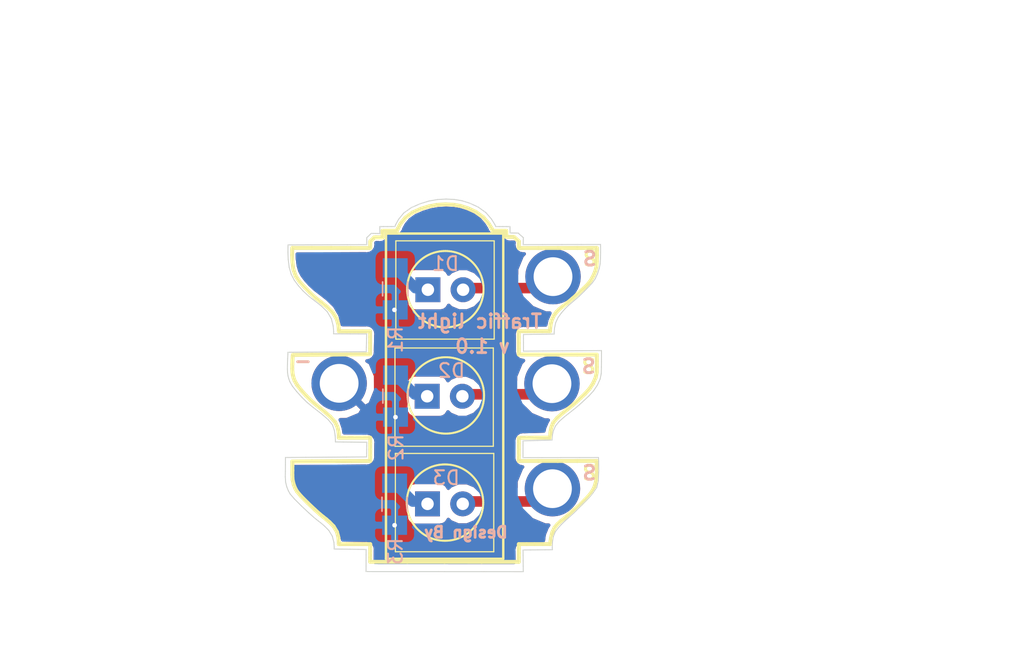
<source format=kicad_pcb>
(kicad_pcb (version 20171130) (host pcbnew 6.0.0-rc1-unknown-62e2fe8~66~ubuntu16.04.1)

  (general
    (thickness 1.6)
    (drawings 28)
    (tracks 18)
    (zones 0)
    (modules 11)
    (nets 8)
  )

  (page USLetter)
  (title_block
    (title "Project Title")
  )

  (layers
    (0 F.Cu signal)
    (31 B.Cu signal)
    (34 B.Paste user)
    (35 F.Paste user)
    (36 B.SilkS user)
    (37 F.SilkS user)
    (38 B.Mask user)
    (39 F.Mask user)
    (44 Edge.Cuts user)
    (46 B.CrtYd user)
    (47 F.CrtYd user)
    (48 B.Fab user)
    (49 F.Fab user)
  )

  (setup
    (last_trace_width 0.254)
    (user_trace_width 0.1524)
    (user_trace_width 0.254)
    (user_trace_width 0.3302)
    (user_trace_width 0.508)
    (user_trace_width 0.762)
    (user_trace_width 1.27)
    (trace_clearance 0.254)
    (zone_clearance 0.508)
    (zone_45_only no)
    (trace_min 0.1524)
    (via_size 0.6858)
    (via_drill 0.3302)
    (via_min_size 0.6858)
    (via_min_drill 0.3302)
    (user_via 0.6858 0.3302)
    (user_via 0.762 0.4064)
    (user_via 0.8636 0.508)
    (uvia_size 0.6858)
    (uvia_drill 0.3302)
    (uvias_allowed no)
    (uvia_min_size 0)
    (uvia_min_drill 0)
    (edge_width 0.1524)
    (segment_width 0.1524)
    (pcb_text_width 0.1524)
    (pcb_text_size 1.016 1.016)
    (mod_edge_width 0.1524)
    (mod_text_size 1.016 1.016)
    (mod_text_width 0.1524)
    (pad_size 1.524 1.524)
    (pad_drill 0.762)
    (pad_to_mask_clearance 0.0762)
    (solder_mask_min_width 0.1016)
    (pad_to_paste_clearance -0.0762)
    (aux_axis_origin 0 0)
    (visible_elements FFFFDF7D)
    (pcbplotparams
      (layerselection 0x310fc_80000001)
      (usegerberextensions true)
      (usegerberattributes false)
      (usegerberadvancedattributes false)
      (creategerberjobfile false)
      (excludeedgelayer true)
      (linewidth 0.100000)
      (plotframeref false)
      (viasonmask false)
      (mode 1)
      (useauxorigin false)
      (hpglpennumber 1)
      (hpglpenspeed 20)
      (hpglpendiameter 15.000000)
      (psnegative false)
      (psa4output false)
      (plotreference true)
      (plotvalue true)
      (plotinvisibletext false)
      (padsonsilk false)
      (subtractmaskfromsilk false)
      (outputformat 1)
      (mirror false)
      (drillshape 0)
      (scaleselection 1)
      (outputdirectory "gerbers"))
  )

  (net 0 "")
  (net 1 "Net-(D1-Pad1)")
  (net 2 "Net-(D1-Pad2)")
  (net 3 "Net-(D2-Pad2)")
  (net 4 "Net-(D2-Pad1)")
  (net 5 "Net-(D3-Pad1)")
  (net 6 "Net-(D3-Pad2)")
  (net 7 GND)

  (net_class Default "This is the default net class."
    (clearance 0.254)
    (trace_width 0.254)
    (via_dia 0.6858)
    (via_drill 0.3302)
    (uvia_dia 0.6858)
    (uvia_drill 0.3302)
    (add_net GND)
    (add_net "Net-(D1-Pad1)")
    (add_net "Net-(D1-Pad2)")
    (add_net "Net-(D2-Pad1)")
    (add_net "Net-(D2-Pad2)")
    (add_net "Net-(D3-Pad1)")
    (add_net "Net-(D3-Pad2)")
  )

  (module Semaforo:Pad_02 (layer F.Cu) (tedit 5BE9AC02) (tstamp 5BEB5B7A)
    (at 129.05232 102.54488)
    (path /5BEA2948)
    (fp_text reference J2 (at 0 4.445) (layer F.SilkS) hide
      (effects (font (size 1 1) (thickness 0.15)))
    )
    (fp_text value CONN_01X01 (at 0 -4.445) (layer F.Fab) hide
      (effects (font (size 1 1) (thickness 0.15)))
    )
    (pad 1 thru_hole circle (at 0 0) (size 4 4) (drill 2.8) (layers *.Cu *.Mask)
      (net 7 GND))
  )

  (module Semaforo:Pad_02 (layer F.Cu) (tedit 5BE9AC02) (tstamp 5BEB5B84)
    (at 144.49044 94.83852)
    (path /5BEA16F4)
    (fp_text reference J4 (at 0 4.445) (layer F.SilkS) hide
      (effects (font (size 1 1) (thickness 0.15)))
    )
    (fp_text value CONN_01X01 (at 0 -4.445) (layer F.Fab) hide
      (effects (font (size 1 1) (thickness 0.15)))
    )
    (pad 1 thru_hole circle (at 0 0) (size 4 4) (drill 2.8) (layers *.Cu *.Mask)
      (net 2 "Net-(D1-Pad2)"))
  )

  (module Semaforo:Pad_02 (layer F.Cu) (tedit 5BE9AC02) (tstamp 5BEB5B89)
    (at 144.41424 102.57028)
    (path /5BEA3C04)
    (fp_text reference J5 (at 0 4.445) (layer F.SilkS) hide
      (effects (font (size 1 1) (thickness 0.15)))
    )
    (fp_text value CONN_01X01 (at 0 -4.445) (layer F.Fab) hide
      (effects (font (size 1 1) (thickness 0.15)))
    )
    (pad 1 thru_hole circle (at 0 0) (size 4 4) (drill 2.8) (layers *.Cu *.Mask)
      (net 3 "Net-(D2-Pad2)"))
  )

  (module Semaforo:Pad_02 (layer F.Cu) (tedit 5BE9AC02) (tstamp 5BEB5B8E)
    (at 144.4498 110.15472)
    (path /5BEA43D3)
    (fp_text reference J6 (at 0 4.445) (layer F.SilkS) hide
      (effects (font (size 1 1) (thickness 0.15)))
    )
    (fp_text value CONN_01X01 (at 0 -4.445) (layer F.Fab) hide
      (effects (font (size 1 1) (thickness 0.15)))
    )
    (pad 1 thru_hole circle (at 0 0) (size 4 4) (drill 2.8) (layers *.Cu *.Mask)
      (net 6 "Net-(D3-Pad2)"))
  )

  (module Resistor_SMD:R_1206_3216Metric_Pad1.39x1.80mm_HandSolder (layer B.Cu) (tedit 5AC5DB74) (tstamp 5BEB5B9F)
    (at 133.10108 95.72244 270)
    (descr "Resistor SMD 1206 (3216 Metric), square (rectangular) end terminal, IPC_7351 nominal with elongated pad for handsoldering. (Body size source: http://www.tortai-tech.com/upload/download/2011102023233369053.pdf), generated with kicad-footprint-generator")
    (tags "resistor handsolder")
    (path /5BE9E5B3)
    (attr smd)
    (fp_text reference R1 (at 3.66776 -0.02032 270) (layer B.SilkS)
      (effects (font (size 1 1) (thickness 0.15)) (justify mirror))
    )
    (fp_text value 330 (at 0 -1.85 270) (layer B.Fab)
      (effects (font (size 1 1) (thickness 0.15)) (justify mirror))
    )
    (fp_line (start -1.6 -0.8) (end -1.6 0.8) (layer B.Fab) (width 0.1))
    (fp_line (start -1.6 0.8) (end 1.6 0.8) (layer B.Fab) (width 0.1))
    (fp_line (start 1.6 0.8) (end 1.6 -0.8) (layer B.Fab) (width 0.1))
    (fp_line (start 1.6 -0.8) (end -1.6 -0.8) (layer B.Fab) (width 0.1))
    (fp_line (start -0.5 0.91) (end 0.5 0.91) (layer B.SilkS) (width 0.12))
    (fp_line (start -0.5 -0.91) (end 0.5 -0.91) (layer B.SilkS) (width 0.12))
    (fp_line (start -2.46 -1.15) (end -2.46 1.15) (layer B.CrtYd) (width 0.05))
    (fp_line (start -2.46 1.15) (end 2.46 1.15) (layer B.CrtYd) (width 0.05))
    (fp_line (start 2.46 1.15) (end 2.46 -1.15) (layer B.CrtYd) (width 0.05))
    (fp_line (start 2.46 -1.15) (end -2.46 -1.15) (layer B.CrtYd) (width 0.05))
    (fp_text user %R (at 0 0 270) (layer B.Fab)
      (effects (font (size 0.8 0.8) (thickness 0.12)) (justify mirror))
    )
    (pad 1 smd rect (at -1.5175 0 270) (size 1.395 1.8) (layers B.Cu B.Paste B.Mask)
      (net 1 "Net-(D1-Pad1)"))
    (pad 2 smd rect (at 1.5175 0 270) (size 1.395 1.8) (layers B.Cu B.Paste B.Mask)
      (net 7 GND))
    (model ${KISYS3DMOD}/Resistor_SMD.3dshapes/R_1206_3216Metric.wrl
      (at (xyz 0 0 0))
      (scale (xyz 1 1 1))
      (rotate (xyz 0 0 0))
    )
  )

  (module Resistor_SMD:R_1206_3216Metric_Pad1.39x1.80mm_HandSolder (layer B.Cu) (tedit 5AC5DB74) (tstamp 5BEB5BB0)
    (at 133.1214 103.46944 270)
    (descr "Resistor SMD 1206 (3216 Metric), square (rectangular) end terminal, IPC_7351 nominal with elongated pad for handsoldering. (Body size source: http://www.tortai-tech.com/upload/download/2011102023233369053.pdf), generated with kicad-footprint-generator")
    (tags "resistor handsolder")
    (path /5BE9FDD1)
    (attr smd)
    (fp_text reference R2 (at 3.71856 -0.0508 270) (layer B.SilkS)
      (effects (font (size 1 1) (thickness 0.15)) (justify mirror))
    )
    (fp_text value 330 (at 0 -1.85 270) (layer B.Fab)
      (effects (font (size 1 1) (thickness 0.15)) (justify mirror))
    )
    (fp_text user %R (at 0 0 270) (layer B.Fab)
      (effects (font (size 0.8 0.8) (thickness 0.12)) (justify mirror))
    )
    (fp_line (start 2.46 -1.15) (end -2.46 -1.15) (layer B.CrtYd) (width 0.05))
    (fp_line (start 2.46 1.15) (end 2.46 -1.15) (layer B.CrtYd) (width 0.05))
    (fp_line (start -2.46 1.15) (end 2.46 1.15) (layer B.CrtYd) (width 0.05))
    (fp_line (start -2.46 -1.15) (end -2.46 1.15) (layer B.CrtYd) (width 0.05))
    (fp_line (start -0.5 -0.91) (end 0.5 -0.91) (layer B.SilkS) (width 0.12))
    (fp_line (start -0.5 0.91) (end 0.5 0.91) (layer B.SilkS) (width 0.12))
    (fp_line (start 1.6 -0.8) (end -1.6 -0.8) (layer B.Fab) (width 0.1))
    (fp_line (start 1.6 0.8) (end 1.6 -0.8) (layer B.Fab) (width 0.1))
    (fp_line (start -1.6 0.8) (end 1.6 0.8) (layer B.Fab) (width 0.1))
    (fp_line (start -1.6 -0.8) (end -1.6 0.8) (layer B.Fab) (width 0.1))
    (pad 2 smd rect (at 1.5175 0 270) (size 1.395 1.8) (layers B.Cu B.Paste B.Mask)
      (net 7 GND))
    (pad 1 smd rect (at -1.5175 0 270) (size 1.395 1.8) (layers B.Cu B.Paste B.Mask)
      (net 4 "Net-(D2-Pad1)"))
    (model ${KISYS3DMOD}/Resistor_SMD.3dshapes/R_1206_3216Metric.wrl
      (at (xyz 0 0 0))
      (scale (xyz 1 1 1))
      (rotate (xyz 0 0 0))
    )
  )

  (module Resistor_SMD:R_1206_3216Metric_Pad1.39x1.80mm_HandSolder (layer B.Cu) (tedit 5AC5DB74) (tstamp 5BEB5BC1)
    (at 133.05536 111.2774 270)
    (descr "Resistor SMD 1206 (3216 Metric), square (rectangular) end terminal, IPC_7351 nominal with elongated pad for handsoldering. (Body size source: http://www.tortai-tech.com/upload/download/2011102023233369053.pdf), generated with kicad-footprint-generator")
    (tags "resistor handsolder")
    (path /5BEA0373)
    (attr smd)
    (fp_text reference R3 (at 3.4036 -0.06604 270) (layer B.SilkS)
      (effects (font (size 1 1) (thickness 0.15)) (justify mirror))
    )
    (fp_text value 330 (at 0 -1.85 270) (layer B.Fab)
      (effects (font (size 1 1) (thickness 0.15)) (justify mirror))
    )
    (fp_line (start -1.6 -0.8) (end -1.6 0.8) (layer B.Fab) (width 0.1))
    (fp_line (start -1.6 0.8) (end 1.6 0.8) (layer B.Fab) (width 0.1))
    (fp_line (start 1.6 0.8) (end 1.6 -0.8) (layer B.Fab) (width 0.1))
    (fp_line (start 1.6 -0.8) (end -1.6 -0.8) (layer B.Fab) (width 0.1))
    (fp_line (start -0.5 0.91) (end 0.5 0.91) (layer B.SilkS) (width 0.12))
    (fp_line (start -0.5 -0.91) (end 0.5 -0.91) (layer B.SilkS) (width 0.12))
    (fp_line (start -2.46 -1.15) (end -2.46 1.15) (layer B.CrtYd) (width 0.05))
    (fp_line (start -2.46 1.15) (end 2.46 1.15) (layer B.CrtYd) (width 0.05))
    (fp_line (start 2.46 1.15) (end 2.46 -1.15) (layer B.CrtYd) (width 0.05))
    (fp_line (start 2.46 -1.15) (end -2.46 -1.15) (layer B.CrtYd) (width 0.05))
    (fp_text user %R (at 0 0 270) (layer B.Fab)
      (effects (font (size 0.8 0.8) (thickness 0.12)) (justify mirror))
    )
    (pad 1 smd rect (at -1.5175 0 270) (size 1.395 1.8) (layers B.Cu B.Paste B.Mask)
      (net 5 "Net-(D3-Pad1)"))
    (pad 2 smd rect (at 1.5175 0 270) (size 1.395 1.8) (layers B.Cu B.Paste B.Mask)
      (net 7 GND))
    (model ${KISYS3DMOD}/Resistor_SMD.3dshapes/R_1206_3216Metric.wrl
      (at (xyz 0 0 0))
      (scale (xyz 1 1 1))
      (rotate (xyz 0 0 0))
    )
  )

  (module Semaforo:LED_D3.0mm (layer F.Cu) (tedit 5BE9C492) (tstamp 5BEC2C1D)
    (at 135.4582 95.7834)
    (descr "LED, diameter 3.0mm, 2 pins")
    (tags "LED diameter 3.0mm 2 pins")
    (path /5BE9BA49)
    (fp_text reference D1 (at 1.27 -1.8796) (layer B.SilkS)
      (effects (font (size 1 1) (thickness 0.15)) (justify mirror))
    )
    (fp_text value LED_ALT (at 1.27 2.96) (layer F.Fab) hide
      (effects (font (size 1 1) (thickness 0.15)))
    )
    (fp_arc (start 1.27 0) (end -0.23 -1.16619) (angle 284.3) (layer F.Fab) (width 0.1))
    (fp_line (start -0.23 -1.16619) (end -0.23 1.16619) (layer F.Fab) (width 0.1))
    (pad 1 thru_hole rect (at 0 0) (size 1.8 1.8) (drill 0.9) (layers *.Cu *.Mask)
      (net 1 "Net-(D1-Pad1)"))
    (pad 2 thru_hole circle (at 2.54 0) (size 1.8 1.8) (drill 0.9) (layers *.Cu *.Mask)
      (net 2 "Net-(D1-Pad2)"))
    (model ${KISYS3DMOD}/LEDs.3dshapes/LED_D3.0mm_Red.wrl
      (offset (xyz 0 0 -3))
      (scale (xyz 0.3936 0.3936 0.3936))
      (rotate (xyz 0 0 0))
    )
  )

  (module Semaforo:LED_D3.0mm (layer F.Cu) (tedit 5BE9C492) (tstamp 5BEC6493)
    (at 135.4074 103.4796)
    (descr "LED, diameter 3.0mm, 2 pins")
    (tags "LED diameter 3.0mm 2 pins")
    (path /5BE9C05B)
    (fp_text reference D2 (at 1.7526 -1.8542) (layer B.SilkS)
      (effects (font (size 1 1) (thickness 0.15)) (justify mirror))
    )
    (fp_text value LED_ALT (at 1.27 2.96) (layer F.Fab) hide
      (effects (font (size 1 1) (thickness 0.15)))
    )
    (fp_line (start -0.23 -1.16619) (end -0.23 1.16619) (layer F.Fab) (width 0.1))
    (fp_arc (start 1.27 0) (end -0.23 -1.16619) (angle 284.3) (layer F.Fab) (width 0.1))
    (pad 2 thru_hole circle (at 2.54 0) (size 1.8 1.8) (drill 0.9) (layers *.Cu *.Mask)
      (net 3 "Net-(D2-Pad2)"))
    (pad 1 thru_hole rect (at 0 0) (size 1.8 1.8) (drill 0.9) (layers *.Cu *.Mask)
      (net 4 "Net-(D2-Pad1)"))
    (model ${KISYS3DMOD}/LEDs.3dshapes/LED_D3.0mm_Yellow.wrl
      (offset (xyz 0 0 -3))
      (scale (xyz 0.3936 0.3936 0.3936))
      (rotate (xyz 0 0 0))
    )
  )

  (module Semaforo:LED_D3.0mm (layer F.Cu) (tedit 5BE9C492) (tstamp 5BEC64CD)
    (at 135.4328 111.252)
    (descr "LED, diameter 3.0mm, 2 pins")
    (tags "LED diameter 3.0mm 2 pins")
    (path /5BE9C46A)
    (fp_text reference D3 (at 1.3462 -1.8796) (layer B.SilkS)
      (effects (font (size 1 1) (thickness 0.15)) (justify mirror))
    )
    (fp_text value LED_ALT (at 1.27 2.96) (layer F.Fab) hide
      (effects (font (size 1 1) (thickness 0.15)))
    )
    (fp_arc (start 1.27 0) (end -0.23 -1.16619) (angle 284.3) (layer F.Fab) (width 0.1))
    (fp_line (start -0.23 -1.16619) (end -0.23 1.16619) (layer F.Fab) (width 0.1))
    (pad 1 thru_hole rect (at 0 0) (size 1.8 1.8) (drill 0.9) (layers *.Cu *.Mask)
      (net 5 "Net-(D3-Pad1)"))
    (pad 2 thru_hole circle (at 2.54 0) (size 1.8 1.8) (drill 0.9) (layers *.Cu *.Mask)
      (net 6 "Net-(D3-Pad2)"))
    (model ${KISYS3DMOD}/LEDs.3dshapes/LED_D3.0mm_Green.wrl
      (offset (xyz 0 0 -3))
      (scale (xyz 0.3936 0.3936 0.3936))
      (rotate (xyz 0 0 0))
    )
  )

  (module Semaforo:Semaforo2.All.02 (layer F.Cu) (tedit 5BE9CB0F) (tstamp 5BEC7E9C)
    (at 136.5758 102.6922)
    (descr "Imported from Semaforo2.svg")
    (tags svg2mod)
    (path /5BEAE06E)
    (attr smd)
    (fp_text reference E1 (at 0 -16.506259) (layer F.SilkS) hide
      (effects (font (size 1.524 1.524) (thickness 0.3048)))
    )
    (fp_text value EdgeTraffic (at 0 16.506259) (layer F.SilkS) hide
      (effects (font (size 1.524 1.524) (thickness 0.3048)))
    )
    (fp_line (start 2.900815 -6.94789) (end 2.897222 -6.805935) (layer F.SilkS) (width 0.144043))
    (fp_line (start 2.897222 -6.805935) (end 2.88657 -6.665846) (layer F.SilkS) (width 0.144043))
    (fp_line (start 2.88657 -6.665846) (end 2.869028 -6.527789) (layer F.SilkS) (width 0.144043))
    (fp_line (start 2.869028 -6.527789) (end 2.844769 -6.391947) (layer F.SilkS) (width 0.144043))
    (fp_line (start 2.844769 -6.391947) (end 2.813966 -6.258486) (layer F.SilkS) (width 0.144043))
    (fp_line (start 2.813966 -6.258486) (end 2.776794 -6.127581) (layer F.SilkS) (width 0.144043))
    (fp_line (start 2.776794 -6.127581) (end 2.733424 -5.999411) (layer F.SilkS) (width 0.144043))
    (fp_line (start 2.733424 -5.999411) (end 2.684032 -5.874139) (layer F.SilkS) (width 0.144043))
    (fp_line (start 2.684032 -5.874139) (end 2.62879 -5.751946) (layer F.SilkS) (width 0.144043))
    (fp_line (start 2.62879 -5.751946) (end 2.567871 -5.633003) (layer F.SilkS) (width 0.144043))
    (fp_line (start 2.567871 -5.633003) (end 2.501448 -5.517483) (layer F.SilkS) (width 0.144043))
    (fp_line (start 2.501448 -5.517483) (end 2.429696 -5.405559) (layer F.SilkS) (width 0.144043))
    (fp_line (start 2.429696 -5.405559) (end 2.352787 -5.297408) (layer F.SilkS) (width 0.144043))
    (fp_line (start 2.352787 -5.297408) (end 2.270894 -5.193199) (layer F.SilkS) (width 0.144043))
    (fp_line (start 2.270894 -5.193199) (end 2.184192 -5.093105) (layer F.SilkS) (width 0.144043))
    (fp_line (start 2.184192 -5.093105) (end 2.092852 -4.997304) (layer F.SilkS) (width 0.144043))
    (fp_line (start 2.092852 -4.997304) (end 1.99705 -4.905962) (layer F.SilkS) (width 0.144043))
    (fp_line (start 1.99705 -4.905962) (end 1.896957 -4.819261) (layer F.SilkS) (width 0.144043))
    (fp_line (start 1.896957 -4.819261) (end 1.792748 -4.737367) (layer F.SilkS) (width 0.144043))
    (fp_line (start 1.792748 -4.737367) (end 1.684595 -4.660458) (layer F.SilkS) (width 0.144043))
    (fp_line (start 1.684595 -4.660458) (end 1.572672 -4.588706) (layer F.SilkS) (width 0.144043))
    (fp_line (start 1.572672 -4.588706) (end 1.457152 -4.522285) (layer F.SilkS) (width 0.144043))
    (fp_line (start 1.457152 -4.522285) (end 1.338209 -4.461364) (layer F.SilkS) (width 0.144043))
    (fp_line (start 1.338209 -4.461364) (end 1.216016 -4.406125) (layer F.SilkS) (width 0.144043))
    (fp_line (start 1.216016 -4.406125) (end 1.090746 -4.35673) (layer F.SilkS) (width 0.144043))
    (fp_line (start 1.090746 -4.35673) (end 0.962573 -4.313362) (layer F.SilkS) (width 0.144043))
    (fp_line (start 0.962573 -4.313362) (end 0.831668 -4.276191) (layer F.SilkS) (width 0.144043))
    (fp_line (start 0.831668 -4.276191) (end 0.698208 -4.245388) (layer F.SilkS) (width 0.144043))
    (fp_line (start 0.698208 -4.245388) (end 0.562365 -4.221125) (layer F.SilkS) (width 0.144043))
    (fp_line (start 0.562365 -4.221125) (end 0.424311 -4.203584) (layer F.SilkS) (width 0.144043))
    (fp_line (start 0.424311 -4.203584) (end 0.284219 -4.192947) (layer F.SilkS) (width 0.144043))
    (fp_line (start 0.284219 -4.192947) (end 0.142265 -4.189375) (layer F.SilkS) (width 0.144043))
    (fp_line (start 0.142265 -4.189375) (end 0.000311 -4.192947) (layer F.SilkS) (width 0.144043))
    (fp_line (start 0.000311 -4.192947) (end -0.139781 -4.203584) (layer F.SilkS) (width 0.144043))
    (fp_line (start -0.139781 -4.203584) (end -0.277835 -4.221125) (layer F.SilkS) (width 0.144043))
    (fp_line (start -0.277835 -4.221125) (end -0.413678 -4.245388) (layer F.SilkS) (width 0.144043))
    (fp_line (start -0.413678 -4.245388) (end -0.547139 -4.276191) (layer F.SilkS) (width 0.144043))
    (fp_line (start -0.547139 -4.276191) (end -0.678043 -4.313362) (layer F.SilkS) (width 0.144043))
    (fp_line (start -0.678043 -4.313362) (end -0.806216 -4.35673) (layer F.SilkS) (width 0.144043))
    (fp_line (start -0.806216 -4.35673) (end -0.931486 -4.406125) (layer F.SilkS) (width 0.144043))
    (fp_line (start -0.931486 -4.406125) (end -1.053679 -4.461364) (layer F.SilkS) (width 0.144043))
    (fp_line (start -1.053679 -4.461364) (end -1.172622 -4.522285) (layer F.SilkS) (width 0.144043))
    (fp_line (start -1.172622 -4.522285) (end -1.288142 -4.588706) (layer F.SilkS) (width 0.144043))
    (fp_line (start -1.288142 -4.588706) (end -1.400065 -4.660458) (layer F.SilkS) (width 0.144043))
    (fp_line (start -1.400065 -4.660458) (end -1.508218 -4.737367) (layer F.SilkS) (width 0.144043))
    (fp_line (start -1.508218 -4.737367) (end -1.612427 -4.819261) (layer F.SilkS) (width 0.144043))
    (fp_line (start -1.612427 -4.819261) (end -1.71252 -4.905962) (layer F.SilkS) (width 0.144043))
    (fp_line (start -1.71252 -4.905962) (end -1.808323 -4.997304) (layer F.SilkS) (width 0.144043))
    (fp_line (start -1.808323 -4.997304) (end -1.899662 -5.093105) (layer F.SilkS) (width 0.144043))
    (fp_line (start -1.899662 -5.093105) (end -1.986364 -5.193199) (layer F.SilkS) (width 0.144043))
    (fp_line (start -1.986364 -5.193199) (end -2.068257 -5.297408) (layer F.SilkS) (width 0.144043))
    (fp_line (start -2.068257 -5.297408) (end -2.145166 -5.405559) (layer F.SilkS) (width 0.144043))
    (fp_line (start -2.145166 -5.405559) (end -2.216918 -5.517483) (layer F.SilkS) (width 0.144043))
    (fp_line (start -2.216918 -5.517483) (end -2.283341 -5.633003) (layer F.SilkS) (width 0.144043))
    (fp_line (start -2.283341 -5.633003) (end -2.34426 -5.751946) (layer F.SilkS) (width 0.144043))
    (fp_line (start -2.34426 -5.751946) (end -2.399502 -5.874139) (layer F.SilkS) (width 0.144043))
    (fp_line (start -2.399502 -5.874139) (end -2.448894 -5.999411) (layer F.SilkS) (width 0.144043))
    (fp_line (start -2.448894 -5.999411) (end -2.492264 -6.127581) (layer F.SilkS) (width 0.144043))
    (fp_line (start -2.492264 -6.127581) (end -2.529436 -6.258486) (layer F.SilkS) (width 0.144043))
    (fp_line (start -2.529436 -6.258486) (end -2.560239 -6.391947) (layer F.SilkS) (width 0.144043))
    (fp_line (start -2.560239 -6.391947) (end -2.584496 -6.527789) (layer F.SilkS) (width 0.144043))
    (fp_line (start -2.584496 -6.527789) (end -2.602037 -6.665846) (layer F.SilkS) (width 0.144043))
    (fp_line (start -2.602037 -6.665846) (end -2.61269 -6.805935) (layer F.SilkS) (width 0.144043))
    (fp_line (start -2.61269 -6.805935) (end -2.616283 -6.94789) (layer F.SilkS) (width 0.144043))
    (fp_line (start -2.616283 -6.94789) (end -2.61269 -7.089846) (layer F.SilkS) (width 0.144043))
    (fp_line (start -2.61269 -7.089846) (end -2.602037 -7.229935) (layer F.SilkS) (width 0.144043))
    (fp_line (start -2.602037 -7.229935) (end -2.584496 -7.36799) (layer F.SilkS) (width 0.144043))
    (fp_line (start -2.584496 -7.36799) (end -2.560239 -7.503835) (layer F.SilkS) (width 0.144043))
    (fp_line (start -2.560239 -7.503835) (end -2.529436 -7.637296) (layer F.SilkS) (width 0.144043))
    (fp_line (start -2.529436 -7.637296) (end -2.492264 -7.768198) (layer F.SilkS) (width 0.144043))
    (fp_line (start -2.492264 -7.768198) (end -2.448894 -7.896371) (layer F.SilkS) (width 0.144043))
    (fp_line (start -2.448894 -7.896371) (end -2.399502 -8.02164) (layer F.SilkS) (width 0.144043))
    (fp_line (start -2.399502 -8.02164) (end -2.34426 -8.143835) (layer F.SilkS) (width 0.144043))
    (fp_line (start -2.34426 -8.143835) (end -2.283341 -8.262779) (layer F.SilkS) (width 0.144043))
    (fp_line (start -2.283341 -8.262779) (end -2.216918 -8.378298) (layer F.SilkS) (width 0.144043))
    (fp_line (start -2.216918 -8.378298) (end -2.145166 -8.49022) (layer F.SilkS) (width 0.144043))
    (fp_line (start -2.145166 -8.49022) (end -2.068257 -8.598374) (layer F.SilkS) (width 0.144043))
    (fp_line (start -2.068257 -8.598374) (end -1.986364 -8.702582) (layer F.SilkS) (width 0.144043))
    (fp_line (start -1.986364 -8.702582) (end -1.899662 -8.802677) (layer F.SilkS) (width 0.144043))
    (fp_line (start -1.899662 -8.802677) (end -1.808323 -8.898477) (layer F.SilkS) (width 0.144043))
    (fp_line (start -1.808323 -8.898477) (end -1.71252 -8.989817) (layer F.SilkS) (width 0.144043))
    (fp_line (start -1.71252 -8.989817) (end -1.612427 -9.076521) (layer F.SilkS) (width 0.144043))
    (fp_line (start -1.612427 -9.076521) (end -1.508218 -9.158409) (layer F.SilkS) (width 0.144043))
    (fp_line (start -1.508218 -9.158409) (end -1.400065 -9.235321) (layer F.SilkS) (width 0.144043))
    (fp_line (start -1.400065 -9.235321) (end -1.288142 -9.307073) (layer F.SilkS) (width 0.144043))
    (fp_line (start -1.288142 -9.307073) (end -1.172622 -9.373494) (layer F.SilkS) (width 0.144043))
    (fp_line (start -1.172622 -9.373494) (end -1.053679 -9.434415) (layer F.SilkS) (width 0.144043))
    (fp_line (start -1.053679 -9.434415) (end -0.931486 -9.489657) (layer F.SilkS) (width 0.144043))
    (fp_line (start -0.931486 -9.489657) (end -0.806216 -9.539049) (layer F.SilkS) (width 0.144043))
    (fp_line (start -0.806216 -9.539049) (end -0.678043 -9.582417) (layer F.SilkS) (width 0.144043))
    (fp_line (start -0.678043 -9.582417) (end -0.547139 -9.619591) (layer F.SilkS) (width 0.144043))
    (fp_line (start -0.547139 -9.619591) (end -0.413678 -9.650394) (layer F.SilkS) (width 0.144043))
    (fp_line (start -0.413678 -9.650394) (end -0.277835 -9.674656) (layer F.SilkS) (width 0.144043))
    (fp_line (start -0.277835 -9.674656) (end -0.139781 -9.692198) (layer F.SilkS) (width 0.144043))
    (fp_line (start -0.139781 -9.692198) (end 0.000311 -9.702834) (layer F.SilkS) (width 0.144043))
    (fp_line (start 0.000311 -9.702834) (end 0.142265 -9.706406) (layer F.SilkS) (width 0.144043))
    (fp_line (start 0.142265 -9.706406) (end 0.284219 -9.702834) (layer F.SilkS) (width 0.144043))
    (fp_line (start 0.284219 -9.702834) (end 0.424311 -9.692198) (layer F.SilkS) (width 0.144043))
    (fp_line (start 0.424311 -9.692198) (end 0.562365 -9.674656) (layer F.SilkS) (width 0.144043))
    (fp_line (start 0.562365 -9.674656) (end 0.698208 -9.650394) (layer F.SilkS) (width 0.144043))
    (fp_line (start 0.698208 -9.650394) (end 0.831668 -9.619591) (layer F.SilkS) (width 0.144043))
    (fp_line (start 0.831668 -9.619591) (end 0.962573 -9.582417) (layer F.SilkS) (width 0.144043))
    (fp_line (start 0.962573 -9.582417) (end 1.090746 -9.539049) (layer F.SilkS) (width 0.144043))
    (fp_line (start 1.090746 -9.539049) (end 1.216016 -9.489657) (layer F.SilkS) (width 0.144043))
    (fp_line (start 1.216016 -9.489657) (end 1.338209 -9.434415) (layer F.SilkS) (width 0.144043))
    (fp_line (start 1.338209 -9.434415) (end 1.457152 -9.373494) (layer F.SilkS) (width 0.144043))
    (fp_line (start 1.457152 -9.373494) (end 1.572672 -9.307073) (layer F.SilkS) (width 0.144043))
    (fp_line (start 1.572672 -9.307073) (end 1.684594 -9.235321) (layer F.SilkS) (width 0.144043))
    (fp_line (start 1.684594 -9.235321) (end 1.792748 -9.158412) (layer F.SilkS) (width 0.144043))
    (fp_line (start 1.792748 -9.158412) (end 1.896957 -9.076521) (layer F.SilkS) (width 0.144043))
    (fp_line (start 1.896957 -9.076521) (end 1.99705 -8.989817) (layer F.SilkS) (width 0.144043))
    (fp_line (start 1.99705 -8.989817) (end 2.092852 -8.898477) (layer F.SilkS) (width 0.144043))
    (fp_line (start 2.092852 -8.898477) (end 2.184192 -8.802677) (layer F.SilkS) (width 0.144043))
    (fp_line (start 2.184192 -8.802677) (end 2.270894 -8.702582) (layer F.SilkS) (width 0.144043))
    (fp_line (start 2.270894 -8.702582) (end 2.352787 -8.598374) (layer F.SilkS) (width 0.144043))
    (fp_line (start 2.352787 -8.598374) (end 2.429696 -8.49022) (layer F.SilkS) (width 0.144043))
    (fp_line (start 2.429696 -8.49022) (end 2.501448 -8.378298) (layer F.SilkS) (width 0.144043))
    (fp_line (start 2.501448 -8.378298) (end 2.567871 -8.262779) (layer F.SilkS) (width 0.144043))
    (fp_line (start 2.567871 -8.262779) (end 2.62879 -8.143835) (layer F.SilkS) (width 0.144043))
    (fp_line (start 2.62879 -8.143835) (end 2.684032 -8.02164) (layer F.SilkS) (width 0.144043))
    (fp_line (start 2.684032 -8.02164) (end 2.733424 -7.896371) (layer F.SilkS) (width 0.144043))
    (fp_line (start 2.733424 -7.896371) (end 2.776794 -7.768198) (layer F.SilkS) (width 0.144043))
    (fp_line (start 2.776794 -7.768198) (end 2.813966 -7.637296) (layer F.SilkS) (width 0.144043))
    (fp_line (start 2.813966 -7.637296) (end 2.844769 -7.503835) (layer F.SilkS) (width 0.144043))
    (fp_line (start 2.844769 -7.503835) (end 2.869028 -7.36799) (layer F.SilkS) (width 0.144043))
    (fp_line (start 2.869028 -7.36799) (end 2.88657 -7.229935) (layer F.SilkS) (width 0.144043))
    (fp_line (start 2.88657 -7.229935) (end 2.897222 -7.089846) (layer F.SilkS) (width 0.144043))
    (fp_line (start 2.897222 -7.089846) (end 2.900815 -6.94789) (layer F.SilkS) (width 0.144043))
    (fp_line (start 2.938097 0.725731) (end 2.934504 0.867685) (layer F.SilkS) (width 0.144043))
    (fp_line (start 2.934504 0.867685) (end 2.923852 1.007777) (layer F.SilkS) (width 0.144043))
    (fp_line (start 2.923852 1.007777) (end 2.90631 1.145828) (layer F.SilkS) (width 0.144043))
    (fp_line (start 2.90631 1.145828) (end 2.88205 1.281673) (layer F.SilkS) (width 0.144043))
    (fp_line (start 2.88205 1.281673) (end 2.851247 1.415135) (layer F.SilkS) (width 0.144043))
    (fp_line (start 2.851247 1.415135) (end 2.814076 1.546037) (layer F.SilkS) (width 0.144043))
    (fp_line (start 2.814076 1.546037) (end 2.770706 1.674212) (layer F.SilkS) (width 0.144043))
    (fp_line (start 2.770706 1.674212) (end 2.721315 1.799484) (layer F.SilkS) (width 0.144043))
    (fp_line (start 2.721315 1.799484) (end 2.666072 1.921674) (layer F.SilkS) (width 0.144043))
    (fp_line (start 2.666072 1.921674) (end 2.605154 2.040617) (layer F.SilkS) (width 0.144043))
    (fp_line (start 2.605154 2.040617) (end 2.538731 2.156137) (layer F.SilkS) (width 0.144043))
    (fp_line (start 2.538731 2.156137) (end 2.466978 2.268061) (layer F.SilkS) (width 0.144043))
    (fp_line (start 2.466978 2.268061) (end 2.390069 2.376212) (layer F.SilkS) (width 0.144043))
    (fp_line (start 2.390069 2.376212) (end 2.308177 2.480421) (layer F.SilkS) (width 0.144043))
    (fp_line (start 2.308177 2.480421) (end 2.221474 2.580516) (layer F.SilkS) (width 0.144043))
    (fp_line (start 2.221474 2.580516) (end 2.130135 2.676319) (layer F.SilkS) (width 0.144043))
    (fp_line (start 2.130135 2.676319) (end 2.034333 2.767658) (layer F.SilkS) (width 0.144043))
    (fp_line (start 2.034333 2.767658) (end 1.93424 2.854359) (layer F.SilkS) (width 0.144043))
    (fp_line (start 1.93424 2.854359) (end 1.83003 2.936253) (layer F.SilkS) (width 0.144043))
    (fp_line (start 1.83003 2.936253) (end 1.721878 3.013162) (layer F.SilkS) (width 0.144043))
    (fp_line (start 1.721878 3.013162) (end 1.609954 3.084915) (layer F.SilkS) (width 0.144043))
    (fp_line (start 1.609954 3.084915) (end 1.494435 3.151338) (layer F.SilkS) (width 0.144043))
    (fp_line (start 1.494435 3.151338) (end 1.375492 3.212253) (layer F.SilkS) (width 0.144043))
    (fp_line (start 1.375492 3.212253) (end 1.253299 3.267498) (layer F.SilkS) (width 0.144043))
    (fp_line (start 1.253299 3.267498) (end 1.128029 3.316891) (layer F.SilkS) (width 0.144043))
    (fp_line (start 1.128029 3.316891) (end 0.999855 3.360261) (layer F.SilkS) (width 0.144043))
    (fp_line (start 0.999855 3.360261) (end 0.868951 3.397433) (layer F.SilkS) (width 0.144043))
    (fp_line (start 0.868951 3.397433) (end 0.735491 3.428233) (layer F.SilkS) (width 0.144043))
    (fp_line (start 0.735491 3.428233) (end 0.599648 3.452495) (layer F.SilkS) (width 0.144043))
    (fp_line (start 0.599648 3.452495) (end 0.461593 3.470037) (layer F.SilkS) (width 0.144043))
    (fp_line (start 0.461593 3.470037) (end 0.321502 3.480673) (layer F.SilkS) (width 0.144043))
    (fp_line (start 0.321502 3.480673) (end 0.179548 3.484245) (layer F.SilkS) (width 0.144043))
    (fp_line (start 0.179548 3.484245) (end 0.037594 3.480673) (layer F.SilkS) (width 0.144043))
    (fp_line (start 0.037594 3.480673) (end -0.102498 3.470037) (layer F.SilkS) (width 0.144043))
    (fp_line (start -0.102498 3.470037) (end -0.240552 3.452495) (layer F.SilkS) (width 0.144043))
    (fp_line (start -0.240552 3.452495) (end -0.376395 3.428233) (layer F.SilkS) (width 0.144043))
    (fp_line (start -0.376395 3.428233) (end -0.509856 3.397433) (layer F.SilkS) (width 0.144043))
    (fp_line (start -0.509856 3.397433) (end -0.64076 3.360261) (layer F.SilkS) (width 0.144043))
    (fp_line (start -0.64076 3.360261) (end -0.768934 3.316891) (layer F.SilkS) (width 0.144043))
    (fp_line (start -0.768934 3.316891) (end -0.894204 3.267498) (layer F.SilkS) (width 0.144043))
    (fp_line (start -0.894204 3.267498) (end -1.016396 3.212253) (layer F.SilkS) (width 0.144043))
    (fp_line (start -1.016396 3.212253) (end -1.13534 3.151338) (layer F.SilkS) (width 0.144043))
    (fp_line (start -1.13534 3.151338) (end -1.250859 3.084915) (layer F.SilkS) (width 0.144043))
    (fp_line (start -1.250859 3.084915) (end -1.362783 3.013162) (layer F.SilkS) (width 0.144043))
    (fp_line (start -1.362783 3.013162) (end -1.470935 2.936253) (layer F.SilkS) (width 0.144043))
    (fp_line (start -1.470935 2.936253) (end -1.575144 2.854359) (layer F.SilkS) (width 0.144043))
    (fp_line (start -1.575144 2.854359) (end -1.675237 2.767658) (layer F.SilkS) (width 0.144043))
    (fp_line (start -1.675237 2.767658) (end -1.77104 2.676319) (layer F.SilkS) (width 0.144043))
    (fp_line (start -1.77104 2.676319) (end -1.862379 2.580516) (layer F.SilkS) (width 0.144043))
    (fp_line (start -1.862379 2.580516) (end -1.949081 2.480421) (layer F.SilkS) (width 0.144043))
    (fp_line (start -1.949081 2.480421) (end -2.030974 2.376212) (layer F.SilkS) (width 0.144043))
    (fp_line (start -2.030974 2.376212) (end -2.107883 2.268061) (layer F.SilkS) (width 0.144043))
    (fp_line (start -2.107883 2.268061) (end -2.179635 2.156137) (layer F.SilkS) (width 0.144043))
    (fp_line (start -2.179635 2.156137) (end -2.246058 2.040617) (layer F.SilkS) (width 0.144043))
    (fp_line (start -2.246058 2.040617) (end -2.306977 1.921674) (layer F.SilkS) (width 0.144043))
    (fp_line (start -2.306977 1.921674) (end -2.362219 1.799484) (layer F.SilkS) (width 0.144043))
    (fp_line (start -2.362219 1.799484) (end -2.411611 1.674212) (layer F.SilkS) (width 0.144043))
    (fp_line (start -2.411611 1.674212) (end -2.454981 1.546037) (layer F.SilkS) (width 0.144043))
    (fp_line (start -2.454981 1.546037) (end -2.492153 1.415135) (layer F.SilkS) (width 0.144043))
    (fp_line (start -2.492153 1.415135) (end -2.522956 1.281673) (layer F.SilkS) (width 0.144043))
    (fp_line (start -2.522956 1.281673) (end -2.547215 1.145828) (layer F.SilkS) (width 0.144043))
    (fp_line (start -2.547215 1.145828) (end -2.564757 1.007777) (layer F.SilkS) (width 0.144043))
    (fp_line (start -2.564757 1.007777) (end -2.575409 0.867685) (layer F.SilkS) (width 0.144043))
    (fp_line (start -2.575409 0.867685) (end -2.579002 0.725731) (layer F.SilkS) (width 0.144043))
    (fp_line (start -2.579002 0.725731) (end -2.575409 0.583777) (layer F.SilkS) (width 0.144043))
    (fp_line (start -2.575409 0.583777) (end -2.564757 0.443685) (layer F.SilkS) (width 0.144043))
    (fp_line (start -2.564757 0.443685) (end -2.547215 0.305631) (layer F.SilkS) (width 0.144043))
    (fp_line (start -2.547215 0.305631) (end -2.522956 0.169788) (layer F.SilkS) (width 0.144043))
    (fp_line (start -2.522956 0.169788) (end -2.492153 0.036325) (layer F.SilkS) (width 0.144043))
    (fp_line (start -2.492153 0.036325) (end -2.454981 -0.094578) (layer F.SilkS) (width 0.144043))
    (fp_line (start -2.454981 -0.094578) (end -2.411611 -0.22275) (layer F.SilkS) (width 0.144043))
    (fp_line (start -2.411611 -0.22275) (end -2.362219 -0.34802) (layer F.SilkS) (width 0.144043))
    (fp_line (start -2.362219 -0.34802) (end -2.306977 -0.470215) (layer F.SilkS) (width 0.144043))
    (fp_line (start -2.306977 -0.470215) (end -2.246058 -0.589156) (layer F.SilkS) (width 0.144043))
    (fp_line (start -2.246058 -0.589156) (end -2.179635 -0.704675) (layer F.SilkS) (width 0.144043))
    (fp_line (start -2.179635 -0.704675) (end -2.107883 -0.816602) (layer F.SilkS) (width 0.144043))
    (fp_line (start -2.107883 -0.816602) (end -2.030974 -0.924751) (layer F.SilkS) (width 0.144043))
    (fp_line (start -2.030974 -0.924751) (end -1.949081 -1.028962) (layer F.SilkS) (width 0.144043))
    (fp_line (start -1.949081 -1.028962) (end -1.862379 -1.129054) (layer F.SilkS) (width 0.144043))
    (fp_line (start -1.862379 -1.129054) (end -1.77104 -1.224857) (layer F.SilkS) (width 0.144043))
    (fp_line (start -1.77104 -1.224857) (end -1.675237 -1.316196) (layer F.SilkS) (width 0.144043))
    (fp_line (start -1.675237 -1.316196) (end -1.575144 -1.4029) (layer F.SilkS) (width 0.144043))
    (fp_line (start -1.575144 -1.4029) (end -1.470935 -1.484791) (layer F.SilkS) (width 0.144043))
    (fp_line (start -1.470935 -1.484791) (end -1.362782 -1.5617) (layer F.SilkS) (width 0.144043))
    (fp_line (start -1.362782 -1.5617) (end -1.250859 -1.633453) (layer F.SilkS) (width 0.144043))
    (fp_line (start -1.250859 -1.633453) (end -1.13534 -1.699874) (layer F.SilkS) (width 0.144043))
    (fp_line (start -1.13534 -1.699874) (end -1.016396 -1.760794) (layer F.SilkS) (width 0.144043))
    (fp_line (start -1.016396 -1.760794) (end -0.894204 -1.816037) (layer F.SilkS) (width 0.144043))
    (fp_line (start -0.894204 -1.816037) (end -0.768934 -1.865429) (layer F.SilkS) (width 0.144043))
    (fp_line (start -0.768934 -1.865429) (end -0.64076 -1.908797) (layer F.SilkS) (width 0.144043))
    (fp_line (start -0.64076 -1.908797) (end -0.509856 -1.945971) (layer F.SilkS) (width 0.144043))
    (fp_line (start -0.509856 -1.945971) (end -0.376395 -1.976774) (layer F.SilkS) (width 0.144043))
    (fp_line (start -0.376395 -1.976774) (end -0.240552 -2.001036) (layer F.SilkS) (width 0.144043))
    (fp_line (start -0.240552 -2.001036) (end -0.102498 -2.018578) (layer F.SilkS) (width 0.144043))
    (fp_line (start -0.102498 -2.018578) (end 0.037594 -2.029214) (layer F.SilkS) (width 0.144043))
    (fp_line (start 0.037594 -2.029214) (end 0.179548 -2.032786) (layer F.SilkS) (width 0.144043))
    (fp_line (start 0.179548 -2.032786) (end 0.321502 -2.029214) (layer F.SilkS) (width 0.144043))
    (fp_line (start 0.321502 -2.029214) (end 0.461593 -2.018578) (layer F.SilkS) (width 0.144043))
    (fp_line (start 0.461593 -2.018578) (end 0.599648 -2.001036) (layer F.SilkS) (width 0.144043))
    (fp_line (start 0.599648 -2.001036) (end 0.735491 -1.976774) (layer F.SilkS) (width 0.144043))
    (fp_line (start 0.735491 -1.976774) (end 0.868951 -1.945968) (layer F.SilkS) (width 0.144043))
    (fp_line (start 0.868951 -1.945968) (end 0.999855 -1.908797) (layer F.SilkS) (width 0.144043))
    (fp_line (start 0.999855 -1.908797) (end 1.128029 -1.865429) (layer F.SilkS) (width 0.144043))
    (fp_line (start 1.128029 -1.865429) (end 1.253299 -1.816037) (layer F.SilkS) (width 0.144043))
    (fp_line (start 1.253299 -1.816037) (end 1.375492 -1.760794) (layer F.SilkS) (width 0.144043))
    (fp_line (start 1.375492 -1.760794) (end 1.494435 -1.699874) (layer F.SilkS) (width 0.144043))
    (fp_line (start 1.494435 -1.699874) (end 1.609954 -1.633453) (layer F.SilkS) (width 0.144043))
    (fp_line (start 1.609954 -1.633453) (end 1.721877 -1.5617) (layer F.SilkS) (width 0.144043))
    (fp_line (start 1.721877 -1.5617) (end 1.83003 -1.484791) (layer F.SilkS) (width 0.144043))
    (fp_line (start 1.83003 -1.484791) (end 1.93424 -1.4029) (layer F.SilkS) (width 0.144043))
    (fp_line (start 1.93424 -1.4029) (end 2.034333 -1.316196) (layer F.SilkS) (width 0.144043))
    (fp_line (start 2.034333 -1.316196) (end 2.130135 -1.224857) (layer F.SilkS) (width 0.144043))
    (fp_line (start 2.130135 -1.224857) (end 2.221474 -1.129054) (layer F.SilkS) (width 0.144043))
    (fp_line (start 2.221474 -1.129054) (end 2.308177 -1.028962) (layer F.SilkS) (width 0.144043))
    (fp_line (start 2.308177 -1.028962) (end 2.390069 -0.924751) (layer F.SilkS) (width 0.144043))
    (fp_line (start 2.390069 -0.924751) (end 2.466978 -0.816602) (layer F.SilkS) (width 0.144043))
    (fp_line (start 2.466978 -0.816602) (end 2.538731 -0.704675) (layer F.SilkS) (width 0.144043))
    (fp_line (start 2.538731 -0.704675) (end 2.605154 -0.589156) (layer F.SilkS) (width 0.144043))
    (fp_line (start 2.605154 -0.589156) (end 2.666072 -0.470215) (layer F.SilkS) (width 0.144043))
    (fp_line (start 2.666072 -0.470215) (end 2.721315 -0.34802) (layer F.SilkS) (width 0.144043))
    (fp_line (start 2.721315 -0.34802) (end 2.770706 -0.22275) (layer F.SilkS) (width 0.144043))
    (fp_line (start 2.770706 -0.22275) (end 2.814076 -0.094578) (layer F.SilkS) (width 0.144043))
    (fp_line (start 2.814076 -0.094578) (end 2.851247 0.036325) (layer F.SilkS) (width 0.144043))
    (fp_line (start 2.851247 0.036325) (end 2.88205 0.169788) (layer F.SilkS) (width 0.144043))
    (fp_line (start 2.88205 0.169788) (end 2.90631 0.305631) (layer F.SilkS) (width 0.144043))
    (fp_line (start 2.90631 0.305631) (end 2.923852 0.443685) (layer F.SilkS) (width 0.144043))
    (fp_line (start 2.923852 0.443685) (end 2.934504 0.583777) (layer F.SilkS) (width 0.144043))
    (fp_line (start 2.934504 0.583777) (end 2.938097 0.725731) (layer F.SilkS) (width 0.144043))
    (fp_line (start 2.87641 8.467476) (end 2.872817 8.609428) (layer F.SilkS) (width 0.144043))
    (fp_line (start 2.872817 8.609428) (end 2.862165 8.749519) (layer F.SilkS) (width 0.144043))
    (fp_line (start 2.862165 8.749519) (end 2.844623 8.887576) (layer F.SilkS) (width 0.144043))
    (fp_line (start 2.844623 8.887576) (end 2.820363 9.023419) (layer F.SilkS) (width 0.144043))
    (fp_line (start 2.820363 9.023419) (end 2.789561 9.15688) (layer F.SilkS) (width 0.144043))
    (fp_line (start 2.789561 9.15688) (end 2.752388 9.287785) (layer F.SilkS) (width 0.144043))
    (fp_line (start 2.752388 9.287785) (end 2.709019 9.415955) (layer F.SilkS) (width 0.144043))
    (fp_line (start 2.709019 9.415955) (end 2.659627 9.541227) (layer F.SilkS) (width 0.144043))
    (fp_line (start 2.659627 9.541227) (end 2.604385 9.663419) (layer F.SilkS) (width 0.144043))
    (fp_line (start 2.604385 9.663419) (end 2.543466 9.782363) (layer F.SilkS) (width 0.144043))
    (fp_line (start 2.543466 9.782363) (end 2.477043 9.897883) (layer F.SilkS) (width 0.144043))
    (fp_line (start 2.477043 9.897883) (end 2.405291 10.009807) (layer F.SilkS) (width 0.144043))
    (fp_line (start 2.405291 10.009807) (end 2.328382 10.117958) (layer F.SilkS) (width 0.144043))
    (fp_line (start 2.328382 10.117958) (end 2.246489 10.222167) (layer F.SilkS) (width 0.144043))
    (fp_line (start 2.246489 10.222167) (end 2.159787 10.322261) (layer F.SilkS) (width 0.144043))
    (fp_line (start 2.159787 10.322261) (end 2.068447 10.418061) (layer F.SilkS) (width 0.144043))
    (fp_line (start 2.068447 10.418061) (end 1.972645 10.509401) (layer F.SilkS) (width 0.144043))
    (fp_line (start 1.972645 10.509401) (end 1.872552 10.596105) (layer F.SilkS) (width 0.144043))
    (fp_line (start 1.872552 10.596105) (end 1.768342 10.677996) (layer F.SilkS) (width 0.144043))
    (fp_line (start 1.768342 10.677996) (end 1.66019 10.754908) (layer F.SilkS) (width 0.144043))
    (fp_line (start 1.66019 10.754908) (end 1.548267 10.826657) (layer F.SilkS) (width 0.144043))
    (fp_line (start 1.548267 10.826657) (end 1.432747 10.893081) (layer F.SilkS) (width 0.144043))
    (fp_line (start 1.432747 10.893081) (end 1.313804 10.954001) (layer F.SilkS) (width 0.144043))
    (fp_line (start 1.313804 10.954001) (end 1.191611 11.009241) (layer F.SilkS) (width 0.144043))
    (fp_line (start 1.191611 11.009241) (end 1.066341 11.058636) (layer F.SilkS) (width 0.144043))
    (fp_line (start 1.066341 11.058636) (end 0.938168 11.102004) (layer F.SilkS) (width 0.144043))
    (fp_line (start 0.938168 11.102004) (end 0.807263 11.139175) (layer F.SilkS) (width 0.144043))
    (fp_line (start 0.807263 11.139175) (end 0.673803 11.169978) (layer F.SilkS) (width 0.144043))
    (fp_line (start 0.673803 11.169978) (end 0.53796 11.19424) (layer F.SilkS) (width 0.144043))
    (fp_line (start 0.53796 11.19424) (end 0.399906 11.211782) (layer F.SilkS) (width 0.144043))
    (fp_line (start 0.399906 11.211782) (end 0.259814 11.222419) (layer F.SilkS) (width 0.144043))
    (fp_line (start 0.259814 11.222419) (end 0.11786 11.22599) (layer F.SilkS) (width 0.144043))
    (fp_line (start 0.11786 11.22599) (end -0.024094 11.222419) (layer F.SilkS) (width 0.144043))
    (fp_line (start -0.024094 11.222419) (end -0.164186 11.211782) (layer F.SilkS) (width 0.144043))
    (fp_line (start -0.164186 11.211782) (end -0.30224 11.19424) (layer F.SilkS) (width 0.144043))
    (fp_line (start -0.30224 11.19424) (end -0.438083 11.169978) (layer F.SilkS) (width 0.144043))
    (fp_line (start -0.438083 11.169978) (end -0.571544 11.139175) (layer F.SilkS) (width 0.144043))
    (fp_line (start -0.571544 11.139175) (end -0.702448 11.102004) (layer F.SilkS) (width 0.144043))
    (fp_line (start -0.702448 11.102004) (end -0.830622 11.058636) (layer F.SilkS) (width 0.144043))
    (fp_line (start -0.830622 11.058636) (end -0.955891 11.009241) (layer F.SilkS) (width 0.144043))
    (fp_line (start -0.955891 11.009241) (end -1.078084 10.954001) (layer F.SilkS) (width 0.144043))
    (fp_line (start -1.078084 10.954001) (end -1.197027 10.893081) (layer F.SilkS) (width 0.144043))
    (fp_line (start -1.197027 10.893081) (end -1.312547 10.826657) (layer F.SilkS) (width 0.144043))
    (fp_line (start -1.312547 10.826657) (end -1.424471 10.754908) (layer F.SilkS) (width 0.144043))
    (fp_line (start -1.424471 10.754908) (end -1.532623 10.677996) (layer F.SilkS) (width 0.144043))
    (fp_line (start -1.532623 10.677996) (end -1.636832 10.596105) (layer F.SilkS) (width 0.144043))
    (fp_line (start -1.636832 10.596105) (end -1.736925 10.509401) (layer F.SilkS) (width 0.144043))
    (fp_line (start -1.736925 10.509401) (end -1.832727 10.418061) (layer F.SilkS) (width 0.144043))
    (fp_line (start -1.832727 10.418061) (end -1.924067 10.322261) (layer F.SilkS) (width 0.144043))
    (fp_line (start -1.924067 10.322261) (end -2.010769 10.222167) (layer F.SilkS) (width 0.144043))
    (fp_line (start -2.010769 10.222167) (end -2.092662 10.117958) (layer F.SilkS) (width 0.144043))
    (fp_line (start -2.092662 10.117958) (end -2.169571 10.009807) (layer F.SilkS) (width 0.144043))
    (fp_line (start -2.169571 10.009807) (end -2.241323 9.897883) (layer F.SilkS) (width 0.144043))
    (fp_line (start -2.241323 9.897883) (end -2.307746 9.782363) (layer F.SilkS) (width 0.144043))
    (fp_line (start -2.307746 9.782363) (end -2.368665 9.663419) (layer F.SilkS) (width 0.144043))
    (fp_line (start -2.368665 9.663419) (end -2.423907 9.541227) (layer F.SilkS) (width 0.144043))
    (fp_line (start -2.423907 9.541227) (end -2.473299 9.415955) (layer F.SilkS) (width 0.144043))
    (fp_line (start -2.473299 9.415955) (end -2.516669 9.287785) (layer F.SilkS) (width 0.144043))
    (fp_line (start -2.516669 9.287785) (end -2.553841 9.15688) (layer F.SilkS) (width 0.144043))
    (fp_line (start -2.553841 9.15688) (end -2.584644 9.023419) (layer F.SilkS) (width 0.144043))
    (fp_line (start -2.584644 9.023419) (end -2.608901 8.887576) (layer F.SilkS) (width 0.144043))
    (fp_line (start -2.608901 8.887576) (end -2.626443 8.749519) (layer F.SilkS) (width 0.144043))
    (fp_line (start -2.626443 8.749519) (end -2.637095 8.609428) (layer F.SilkS) (width 0.144043))
    (fp_line (start -2.637095 8.609428) (end -2.640688 8.467476) (layer F.SilkS) (width 0.144043))
    (fp_line (start -2.640688 8.467476) (end -2.637095 8.325519) (layer F.SilkS) (width 0.144043))
    (fp_line (start -2.637095 8.325519) (end -2.626443 8.18543) (layer F.SilkS) (width 0.144043))
    (fp_line (start -2.626443 8.18543) (end -2.608901 8.047376) (layer F.SilkS) (width 0.144043))
    (fp_line (start -2.608901 8.047376) (end -2.584644 7.911531) (layer F.SilkS) (width 0.144043))
    (fp_line (start -2.584644 7.911531) (end -2.553841 7.778073) (layer F.SilkS) (width 0.144043))
    (fp_line (start -2.553841 7.778073) (end -2.516669 7.647167) (layer F.SilkS) (width 0.144043))
    (fp_line (start -2.516669 7.647167) (end -2.473299 7.518993) (layer F.SilkS) (width 0.144043))
    (fp_line (start -2.473299 7.518993) (end -2.423907 7.393726) (layer F.SilkS) (width 0.144043))
    (fp_line (start -2.423907 7.393726) (end -2.368665 7.271533) (layer F.SilkS) (width 0.144043))
    (fp_line (start -2.368665 7.271533) (end -2.307746 7.152587) (layer F.SilkS) (width 0.144043))
    (fp_line (start -2.307746 7.152587) (end -2.241323 7.037067) (layer F.SilkS) (width 0.144043))
    (fp_line (start -2.241323 7.037067) (end -2.169571 6.925146) (layer F.SilkS) (width 0.144043))
    (fp_line (start -2.169571 6.925146) (end -2.092662 6.816992) (layer F.SilkS) (width 0.144043))
    (fp_line (start -2.092662 6.816992) (end -2.010769 6.712783) (layer F.SilkS) (width 0.144043))
    (fp_line (start -2.010769 6.712783) (end -1.924067 6.612692) (layer F.SilkS) (width 0.144043))
    (fp_line (start -1.924067 6.612692) (end -1.832727 6.516889) (layer F.SilkS) (width 0.144043))
    (fp_line (start -1.832727 6.516889) (end -1.736925 6.425549) (layer F.SilkS) (width 0.144043))
    (fp_line (start -1.736925 6.425549) (end -1.636832 6.338848) (layer F.SilkS) (width 0.144043))
    (fp_line (start -1.636832 6.338848) (end -1.532623 6.256954) (layer F.SilkS) (width 0.144043))
    (fp_line (start -1.532623 6.256954) (end -1.42447 6.180045) (layer F.SilkS) (width 0.144043))
    (fp_line (start -1.42447 6.180045) (end -1.312547 6.108293) (layer F.SilkS) (width 0.144043))
    (fp_line (start -1.312547 6.108293) (end -1.197027 6.041869) (layer F.SilkS) (width 0.144043))
    (fp_line (start -1.197027 6.041869) (end -1.078084 5.980951) (layer F.SilkS) (width 0.144043))
    (fp_line (start -1.078084 5.980951) (end -0.955891 5.925709) (layer F.SilkS) (width 0.144043))
    (fp_line (start -0.955891 5.925709) (end -0.830622 5.876316) (layer F.SilkS) (width 0.144043))
    (fp_line (start -0.830622 5.876316) (end -0.702448 5.832946) (layer F.SilkS) (width 0.144043))
    (fp_line (start -0.702448 5.832946) (end -0.571544 5.795775) (layer F.SilkS) (width 0.144043))
    (fp_line (start -0.571544 5.795775) (end -0.438083 5.764972) (layer F.SilkS) (width 0.144043))
    (fp_line (start -0.438083 5.764972) (end -0.30224 5.74071) (layer F.SilkS) (width 0.144043))
    (fp_line (start -0.30224 5.74071) (end -0.164186 5.723168) (layer F.SilkS) (width 0.144043))
    (fp_line (start -0.164186 5.723168) (end -0.024094 5.712531) (layer F.SilkS) (width 0.144043))
    (fp_line (start -0.024094 5.712531) (end 0.11786 5.70896) (layer F.SilkS) (width 0.144043))
    (fp_line (start 0.11786 5.70896) (end 0.259814 5.712531) (layer F.SilkS) (width 0.144043))
    (fp_line (start 0.259814 5.712531) (end 0.399906 5.723168) (layer F.SilkS) (width 0.144043))
    (fp_line (start 0.399906 5.723168) (end 0.53796 5.74071) (layer F.SilkS) (width 0.144043))
    (fp_line (start 0.53796 5.74071) (end 0.673803 5.764972) (layer F.SilkS) (width 0.144043))
    (fp_line (start 0.673803 5.764972) (end 0.807263 5.795775) (layer F.SilkS) (width 0.144043))
    (fp_line (start 0.807263 5.795775) (end 0.938168 5.832946) (layer F.SilkS) (width 0.144043))
    (fp_line (start 0.938168 5.832946) (end 1.066341 5.876316) (layer F.SilkS) (width 0.144043))
    (fp_line (start 1.066341 5.876316) (end 1.191611 5.925709) (layer F.SilkS) (width 0.144043))
    (fp_line (start 1.191611 5.925709) (end 1.313804 5.980954) (layer F.SilkS) (width 0.144043))
    (fp_line (start 1.313804 5.980954) (end 1.432747 6.041869) (layer F.SilkS) (width 0.144043))
    (fp_line (start 1.432747 6.041869) (end 1.548267 6.108293) (layer F.SilkS) (width 0.144043))
    (fp_line (start 1.548267 6.108293) (end 1.66019 6.180045) (layer F.SilkS) (width 0.144043))
    (fp_line (start 1.66019 6.180045) (end 1.768342 6.256954) (layer F.SilkS) (width 0.144043))
    (fp_line (start 1.768342 6.256954) (end 1.872552 6.338848) (layer F.SilkS) (width 0.144043))
    (fp_line (start 1.872552 6.338848) (end 1.972645 6.425549) (layer F.SilkS) (width 0.144043))
    (fp_line (start 1.972645 6.425549) (end 2.068447 6.516889) (layer F.SilkS) (width 0.144043))
    (fp_line (start 2.068447 6.516889) (end 2.159787 6.612692) (layer F.SilkS) (width 0.144043))
    (fp_line (start 2.159787 6.612692) (end 2.246489 6.712783) (layer F.SilkS) (width 0.144043))
    (fp_line (start 2.246489 6.712783) (end 2.328382 6.816992) (layer F.SilkS) (width 0.144043))
    (fp_line (start 2.328382 6.816992) (end 2.405291 6.925146) (layer F.SilkS) (width 0.144043))
    (fp_line (start 2.405291 6.925146) (end 2.477043 7.037067) (layer F.SilkS) (width 0.144043))
    (fp_line (start 2.477043 7.037067) (end 2.543466 7.152587) (layer F.SilkS) (width 0.144043))
    (fp_line (start 2.543466 7.152587) (end 2.604385 7.271533) (layer F.SilkS) (width 0.144043))
    (fp_line (start 2.604385 7.271533) (end 2.659627 7.393726) (layer F.SilkS) (width 0.144043))
    (fp_line (start 2.659627 7.393726) (end 2.709019 7.518993) (layer F.SilkS) (width 0.144043))
    (fp_line (start 2.709019 7.518993) (end 2.752388 7.647167) (layer F.SilkS) (width 0.144043))
    (fp_line (start 2.752388 7.647167) (end 2.789561 7.778073) (layer F.SilkS) (width 0.144043))
    (fp_line (start 2.789561 7.778073) (end 2.820363 7.911531) (layer F.SilkS) (width 0.144043))
    (fp_line (start 2.820363 7.911531) (end 2.844623 8.047376) (layer F.SilkS) (width 0.144043))
    (fp_line (start 2.844623 8.047376) (end 2.862165 8.18543) (layer F.SilkS) (width 0.144043))
    (fp_line (start 2.862165 8.18543) (end 2.872817 8.325519) (layer F.SilkS) (width 0.144043))
    (fp_line (start 2.872817 8.325519) (end 2.87641 8.467476) (layer F.SilkS) (width 0.144043))
    (fp_line (start -4.142672 -10.967014) (end 4.322964 -10.967014) (layer F.SilkS) (width 0.175622))
    (fp_line (start 4.322964 -10.967014) (end 4.322964 12.527523) (layer F.SilkS) (width 0.175622))
    (fp_line (start 4.322964 12.527523) (end -4.142672 12.527523) (layer F.SilkS) (width 0.175622))
    (fp_line (start -4.142672 12.527523) (end -4.142672 -10.967014) (layer F.SilkS) (width 0.175622))
    (fp_line (start -3.430451 -10.43936) (end 3.669253 -10.43936) (layer F.SilkS) (width 0.088411))
    (fp_line (start 3.669253 -10.43936) (end 3.669253 -3.339656) (layer F.SilkS) (width 0.088411))
    (fp_line (start 3.669253 -3.339656) (end -3.430451 -3.339656) (layer F.SilkS) (width 0.088411))
    (fp_line (start -3.430451 -3.339656) (end -3.430451 -10.43936) (layer F.SilkS) (width 0.088411))
    (fp_line (start -3.49368 -2.700745) (end 3.606025 -2.700745) (layer F.SilkS) (width 0.088411))
    (fp_line (start 3.606025 -2.700745) (end 3.606025 4.39896) (layer F.SilkS) (width 0.088411))
    (fp_line (start 3.606025 4.39896) (end -3.49368 4.39896) (layer F.SilkS) (width 0.088411))
    (fp_line (start -3.49368 4.39896) (end -3.49368 -2.700745) (layer F.SilkS) (width 0.088411))
    (fp_line (start -3.462837 4.917628) (end 3.636866 4.917628) (layer F.SilkS) (width 0.088411))
    (fp_line (start 3.636866 4.917628) (end 3.636866 12.01733) (layer F.SilkS) (width 0.088411))
    (fp_line (start 3.636866 12.01733) (end -3.462837 12.01733) (layer F.SilkS) (width 0.088411))
    (fp_line (start -3.462837 12.01733) (end -3.462837 4.917628) (layer F.SilkS) (width 0.088411))
    (fp_line (start 4.536686 -11.169954) (end 4.293889 -11.169954) (layer F.SilkS) (width 0.28125))
    (fp_line (start 4.293889 -11.169954) (end 4.051092 -11.169954) (layer F.SilkS) (width 0.28125))
    (fp_line (start 4.051092 -11.169954) (end 3.808295 -11.169954) (layer F.SilkS) (width 0.28125))
    (fp_line (start 3.808295 -11.169954) (end 3.565498 -11.169954) (layer F.SilkS) (width 0.28125))
    (fp_line (start 3.565498 -11.169954) (end 3.492404 -11.321936) (layer F.SilkS) (width 0.28125))
    (fp_line (start 3.492404 -11.321936) (end 3.268802 -11.688617) (layer F.SilkS) (width 0.28125))
    (fp_line (start 3.268802 -11.688617) (end 2.888217 -12.136083) (layer F.SilkS) (width 0.28125))
    (fp_line (start 2.888217 -12.136083) (end 2.344173 -12.530431) (layer F.SilkS) (width 0.28125))
    (fp_line (start 2.344173 -12.530431) (end 1.761652 -12.797044) (layer F.SilkS) (width 0.28125))
    (fp_line (start 1.761652 -12.797044) (end 1.23649 -12.963771) (layer F.SilkS) (width 0.28125))
    (fp_line (start 1.23649 -12.963771) (end 0.718492 -13.050404) (layer F.SilkS) (width 0.28125))
    (fp_line (start 0.718492 -13.050404) (end 0.157467 -13.07673) (layer F.SilkS) (width 0.28125))
    (fp_line (start 0.157467 -13.07673) (end -0.434908 -13.044456) (layer F.SilkS) (width 0.28125))
    (fp_line (start -0.434908 -13.044456) (end -1.021169 -12.938826) (layer F.SilkS) (width 0.28125))
    (fp_line (start -1.021169 -12.938826) (end -1.612838 -12.754951) (layer F.SilkS) (width 0.28125))
    (fp_line (start -1.612838 -12.754951) (end -2.221435 -12.487931) (layer F.SilkS) (width 0.28125))
    (fp_line (start -2.221435 -12.487931) (end -2.747227 -12.107497) (layer F.SilkS) (width 0.28125))
    (fp_line (start -2.747227 -12.107497) (end -3.096798 -11.673832) (layer F.SilkS) (width 0.28125))
    (fp_line (start -3.096798 -11.673832) (end -3.291144 -11.317721) (layer F.SilkS) (width 0.28125))
    (fp_line (start -3.291144 -11.317721) (end -3.35126 -11.169954) (layer F.SilkS) (width 0.28125))
    (fp_line (start -3.35126 -11.169954) (end -3.609454 -11.169954) (layer F.SilkS) (width 0.28125))
    (fp_line (start -3.609454 -11.169954) (end -3.867648 -11.169954) (layer F.SilkS) (width 0.28125))
    (fp_line (start -3.867648 -11.169954) (end -4.125842 -11.169954) (layer F.SilkS) (width 0.28125))
    (fp_line (start -4.125842 -11.169954) (end -4.384036 -11.169954) (layer F.SilkS) (width 0.28125))
    (fp_line (start -4.384036 -11.169954) (end -4.384036 -11.049148) (layer F.SilkS) (width 0.28125))
    (fp_line (start -4.384036 -11.049148) (end -4.384036 -10.928342) (layer F.SilkS) (width 0.28125))
    (fp_line (start -4.384036 -10.928342) (end -4.384036 -10.807533) (layer F.SilkS) (width 0.28125))
    (fp_line (start -4.384036 -10.807533) (end -4.384036 -10.686727) (layer F.SilkS) (width 0.28125))
    (fp_line (start -4.384036 -10.686727) (end -4.530874 -10.689373) (layer F.SilkS) (width 0.28125))
    (fp_line (start -4.530874 -10.689373) (end -4.677712 -10.692019) (layer F.SilkS) (width 0.28125))
    (fp_line (start -4.677712 -10.692019) (end -4.82455 -10.694665) (layer F.SilkS) (width 0.28125))
    (fp_line (start -4.82455 -10.694665) (end -4.971389 -10.697311) (layer F.SilkS) (width 0.28125))
    (fp_line (start -4.971389 -10.697311) (end -5.048026 -10.622825) (layer F.SilkS) (width 0.28125))
    (fp_line (start -5.048026 -10.622825) (end -5.124663 -10.54834) (layer F.SilkS) (width 0.28125))
    (fp_line (start -5.124663 -10.54834) (end -5.2013 -10.473851) (layer F.SilkS) (width 0.28125))
    (fp_line (start -5.2013 -10.473851) (end -5.277938 -10.399366) (layer F.SilkS) (width 0.28125))
    (fp_line (start -5.277938 -10.399366) (end -5.277938 -10.279589) (layer F.SilkS) (width 0.28125))
    (fp_line (start -5.277938 -10.279589) (end -5.277938 -10.159815) (layer F.SilkS) (width 0.28125))
    (fp_line (start -5.277938 -10.159815) (end -5.277938 -10.040038) (layer F.SilkS) (width 0.28125))
    (fp_line (start -5.277938 -10.040038) (end -5.277938 -9.920261) (layer F.SilkS) (width 0.28125))
    (fp_line (start -5.277938 -9.920261) (end -6.684164 -9.922378) (layer F.SilkS) (width 0.28125))
    (fp_line (start -6.684164 -9.922378) (end -8.09039 -9.924494) (layer F.SilkS) (width 0.28125))
    (fp_line (start -8.09039 -9.924494) (end -9.496616 -9.926611) (layer F.SilkS) (width 0.28125))
    (fp_line (start -9.496616 -9.926611) (end -10.902842 -9.928728) (layer F.SilkS) (width 0.28125))
    (fp_line (start -10.902842 -9.928728) (end -10.909285 -9.786176) (layer F.SilkS) (width 0.28125))
    (fp_line (start -10.909285 -9.786176) (end -10.913703 -9.419098) (layer F.SilkS) (width 0.28125))
    (fp_line (start -10.913703 -9.419098) (end -10.893741 -8.918358) (layer F.SilkS) (width 0.28125))
    (fp_line (start -10.893741 -8.918358) (end -10.827042 -8.374827) (layer F.SilkS) (width 0.28125))
    (fp_line (start -10.827042 -8.374827) (end -10.652472 -7.885319) (layer F.SilkS) (width 0.28125))
    (fp_line (start -10.652472 -7.885319) (end -10.359557 -7.464356) (layer F.SilkS) (width 0.28125))
    (fp_line (start -10.359557 -7.464356) (end -10.001921 -7.079358) (layer F.SilkS) (width 0.28125))
    (fp_line (start -10.001921 -7.079358) (end -9.633191 -6.69775) (layer F.SilkS) (width 0.28125))
    (fp_line (start -9.633191 -6.69775) (end -9.246104 -6.336935) (layer F.SilkS) (width 0.28125))
    (fp_line (start -9.246104 -6.336935) (end -8.819973 -6.007126) (layer F.SilkS) (width 0.28125))
    (fp_line (start -8.819973 -6.007126) (end -8.388288 -5.664946) (layer F.SilkS) (width 0.28125))
    (fp_line (start -8.388288 -5.664946) (end -7.984539 -5.267023) (layer F.SilkS) (width 0.28125))
    (fp_line (start -7.984539 -5.267023) (end -7.703465 -4.807675) (layer F.SilkS) (width 0.28125))
    (fp_line (start -7.703465 -4.807675) (end -7.577305 -4.369435) (layer F.SilkS) (width 0.28125))
    (fp_line (start -7.577305 -4.369435) (end -7.545799 -4.041256) (layer F.SilkS) (width 0.28125))
    (fp_line (start -7.545799 -4.041256) (end -7.548688 -3.912097) (layer F.SilkS) (width 0.28125))
    (fp_line (start -7.548688 -3.912097) (end -6.982557 -3.909716) (layer F.SilkS) (width 0.28125))
    (fp_line (start -6.982557 -3.909716) (end -6.416425 -3.907335) (layer F.SilkS) (width 0.28125))
    (fp_line (start -6.416425 -3.907335) (end -5.850293 -3.904954) (layer F.SilkS) (width 0.28125))
    (fp_line (start -5.850293 -3.904954) (end -5.284162 -3.902572) (layer F.SilkS) (width 0.28125))
    (fp_line (start -5.284162 -3.902572) (end -5.284162 -3.488042) (layer F.SilkS) (width 0.28125))
    (fp_line (start -5.284162 -3.488042) (end -5.284162 -3.073508) (layer F.SilkS) (width 0.28125))
    (fp_line (start -5.284162 -3.073508) (end -5.284162 -2.658978) (layer F.SilkS) (width 0.28125))
    (fp_line (start -5.284162 -2.658978) (end -5.284162 -2.244445) (layer F.SilkS) (width 0.28125))
    (fp_line (start -5.284162 -2.244445) (end -6.679357 -2.232591) (layer F.SilkS) (width 0.28125))
    (fp_line (start -6.679357 -2.232591) (end -8.074552 -2.220738) (layer F.SilkS) (width 0.28125))
    (fp_line (start -8.074552 -2.220738) (end -9.469747 -2.208885) (layer F.SilkS) (width 0.28125))
    (fp_line (start -9.469747 -2.208885) (end -10.864942 -2.197031) (layer F.SilkS) (width 0.28125))
    (fp_line (start -10.864942 -2.197031) (end -10.8722 -2.091896) (layer F.SilkS) (width 0.28125))
    (fp_line (start -10.8722 -2.091896) (end -10.887866 -1.83552) (layer F.SilkS) (width 0.28125))
    (fp_line (start -10.887866 -1.83552) (end -10.902783 -1.516457) (layer F.SilkS) (width 0.28125))
    (fp_line (start -10.902783 -1.516457) (end -10.907797 -1.223248) (layer F.SilkS) (width 0.28125))
    (fp_line (start -10.907797 -1.223248) (end -10.895533 -0.963528) (layer F.SilkS) (width 0.28125))
    (fp_line (start -10.895533 -0.963528) (end -10.864953 -0.751422) (layer F.SilkS) (width 0.28125))
    (fp_line (start -10.864953 -0.751422) (end -10.81488 -0.557953) (layer F.SilkS) (width 0.28125))
    (fp_line (start -10.81488 -0.557953) (end -10.744135 -0.354142) (layer F.SilkS) (width 0.28125))
    (fp_line (start -10.744135 -0.354142) (end -10.566053 -0.040124) (layer F.SilkS) (width 0.28125))
    (fp_line (start -10.566053 -0.040124) (end -10.267939 0.343294) (layer F.SilkS) (width 0.28125))
    (fp_line (start -10.267939 0.343294) (end -9.913605 0.737455) (layer F.SilkS) (width 0.28125))
    (fp_line (start -9.913605 0.737455) (end -9.566866 1.083691) (layer F.SilkS) (width 0.28125))
    (fp_line (start -9.566866 1.083691) (end -9.157469 1.432031) (layer F.SilkS) (width 0.28125))
    (fp_line (start -9.157469 1.432031) (end -8.650847 1.840672) (layer F.SilkS) (width 0.28125))
    (fp_line (start -8.650847 1.840672) (end -8.164337 2.263204) (layer F.SilkS) (width 0.28125))
    (fp_line (start -8.164337 2.263204) (end -7.815277 2.653218) (layer F.SilkS) (width 0.28125))
    (fp_line (start -7.815277 2.653218) (end -7.637195 3.03108) (layer F.SilkS) (width 0.28125))
    (fp_line (start -7.637195 3.03108) (end -7.559003 3.396602) (layer F.SilkS) (width 0.28125))
    (fp_line (start -7.559003 3.396602) (end -7.541117 3.672554) (layer F.SilkS) (width 0.28125))
    (fp_line (start -7.541117 3.672554) (end -7.543951 3.7817) (layer F.SilkS) (width 0.28125))
    (fp_line (start -7.543951 3.7817) (end -6.977227 3.781171) (layer F.SilkS) (width 0.28125))
    (fp_line (start -6.977227 3.781171) (end -6.410503 3.780642) (layer F.SilkS) (width 0.28125))
    (fp_line (start -6.410503 3.780642) (end -5.843779 3.780113) (layer F.SilkS) (width 0.28125))
    (fp_line (start -5.843779 3.780113) (end -5.277055 3.779584) (layer F.SilkS) (width 0.28125))
    (fp_line (start -5.277055 3.779584) (end -5.276473 4.200036) (layer F.SilkS) (width 0.28125))
    (fp_line (start -5.276473 4.200036) (end -5.275891 4.62049) (layer F.SilkS) (width 0.28125))
    (fp_line (start -5.275891 4.62049) (end -5.275309 5.040942) (layer F.SilkS) (width 0.28125))
    (fp_line (start -5.275309 5.040942) (end -5.274727 5.461397) (layer F.SilkS) (width 0.28125))
    (fp_line (start -5.274727 5.461397) (end -6.681766 5.470287) (layer F.SilkS) (width 0.28125))
    (fp_line (start -6.681766 5.470287) (end -8.088804 5.479177) (layer F.SilkS) (width 0.28125))
    (fp_line (start -8.088804 5.479177) (end -9.495843 5.488067) (layer F.SilkS) (width 0.28125))
    (fp_line (start -9.495843 5.488067) (end -10.902881 5.496957) (layer F.SilkS) (width 0.28125))
    (fp_line (start -10.902881 5.496957) (end -10.901109 5.591342) (layer F.SilkS) (width 0.28125))
    (fp_line (start -10.901109 5.591342) (end -10.898055 5.829475) (layer F.SilkS) (width 0.28125))
    (fp_line (start -10.898055 5.829475) (end -10.897156 6.14381) (layer F.SilkS) (width 0.28125))
    (fp_line (start -10.897156 6.14381) (end -10.90185 6.466816) (layer F.SilkS) (width 0.28125))
    (fp_line (start -10.90185 6.466816) (end -10.878447 6.837445) (layer F.SilkS) (width 0.28125))
    (fp_line (start -10.878447 6.837445) (end -10.800493 7.164372) (layer F.SilkS) (width 0.28125))
    (fp_line (start -10.800493 7.164372) (end -10.689517 7.440806) (layer F.SilkS) (width 0.28125))
    (fp_line (start -10.689517 7.440806) (end -10.567047 7.659952) (layer F.SilkS) (width 0.28125))
    (fp_line (start -10.567047 7.659952) (end -10.276056 8.002879) (layer F.SilkS) (width 0.28125))
    (fp_line (start -10.276056 8.002879) (end -9.800058 8.483621) (layer F.SilkS) (width 0.28125))
    (fp_line (start -9.800058 8.483621) (end -9.295035 8.963586) (layer F.SilkS) (width 0.28125))
    (fp_line (start -9.295035 8.963586) (end -8.916968 9.304184) (layer F.SilkS) (width 0.28125))
    (fp_line (start -8.916968 9.304184) (end -8.674863 9.500513) (layer F.SilkS) (width 0.28125))
    (fp_line (start -8.674863 9.500513) (end -8.450915 9.676238) (layer F.SilkS) (width 0.28125))
    (fp_line (start -8.450915 9.676238) (end -8.210893 9.885609) (layer F.SilkS) (width 0.28125))
    (fp_line (start -8.210893 9.885609) (end -7.920564 10.182868) (layer F.SilkS) (width 0.28125))
    (fp_line (start -7.920564 10.182868) (end -7.678934 10.586223) (layer F.SilkS) (width 0.28125))
    (fp_line (start -7.678934 10.586223) (end -7.572306 11.006532) (layer F.SilkS) (width 0.28125))
    (fp_line (start -7.572306 11.006532) (end -7.547401 11.337017) (layer F.SilkS) (width 0.28125))
    (fp_line (start -7.547401 11.337017) (end -7.550939 11.470907) (layer F.SilkS) (width 0.28125))
    (fp_line (start -7.550939 11.470907) (end -6.98248 11.470378) (layer F.SilkS) (width 0.28125))
    (fp_line (start -6.98248 11.470378) (end -6.414022 11.469849) (layer F.SilkS) (width 0.28125))
    (fp_line (start -6.414022 11.469849) (end -5.845563 11.46932) (layer F.SilkS) (width 0.28125))
    (fp_line (start -5.845563 11.46932) (end -5.277105 11.468791) (layer F.SilkS) (width 0.28125))
    (fp_line (start -5.277105 11.468791) (end -5.278295 11.787979) (layer F.SilkS) (width 0.28125))
    (fp_line (start -5.278295 11.787979) (end -5.279486 12.107167) (layer F.SilkS) (width 0.28125))
    (fp_line (start -5.279486 12.107167) (end -5.280676 12.426357) (layer F.SilkS) (width 0.28125))
    (fp_line (start -5.280676 12.426357) (end -5.281867 12.745545) (layer F.SilkS) (width 0.28125))
    (fp_line (start -5.281867 12.745545) (end -2.599848 12.746604) (layer F.SilkS) (width 0.28125))
    (fp_line (start -2.599848 12.746604) (end 0.082172 12.747662) (layer F.SilkS) (width 0.28125))
    (fp_line (start 0.082172 12.747662) (end 2.764192 12.74872) (layer F.SilkS) (width 0.28125))
    (fp_line (start 2.764192 12.74872) (end 5.446211 12.749779) (layer F.SilkS) (width 0.28125))
    (fp_line (start 5.446211 12.749779) (end 5.446211 12.428813) (layer F.SilkS) (width 0.28125))
    (fp_line (start 5.446211 12.428813) (end 5.446211 12.107847) (layer F.SilkS) (width 0.28125))
    (fp_line (start 5.446211 12.107847) (end 5.446211 11.786881) (layer F.SilkS) (width 0.28125))
    (fp_line (start 5.446211 11.786881) (end 5.446211 11.465915) (layer F.SilkS) (width 0.28125))
    (fp_line (start 5.446211 11.465915) (end 6.012343 11.465915) (layer F.SilkS) (width 0.28125))
    (fp_line (start 6.012343 11.465915) (end 6.578476 11.465915) (layer F.SilkS) (width 0.28125))
    (fp_line (start 6.578476 11.465915) (end 7.144608 11.465915) (layer F.SilkS) (width 0.28125))
    (fp_line (start 7.144608 11.465915) (end 7.710741 11.465915) (layer F.SilkS) (width 0.28125))
    (fp_line (start 7.710741 11.465915) (end 7.721993 11.334578) (layer F.SilkS) (width 0.28125))
    (fp_line (start 7.721993 11.334578) (end 7.766804 11.016985) (layer F.SilkS) (width 0.28125))
    (fp_line (start 7.766804 11.016985) (end 7.861752 10.627762) (layer F.SilkS) (width 0.28125))
    (fp_line (start 7.861752 10.627762) (end 8.023415 10.281536) (layer F.SilkS) (width 0.28125))
    (fp_line (start 8.023415 10.281536) (end 8.234575 10.027711) (layer F.SilkS) (width 0.28125))
    (fp_line (start 8.234575 10.027711) (end 8.477552 9.806705) (layer F.SilkS) (width 0.28125))
    (fp_line (start 8.477552 9.806705) (end 8.768234 9.569656) (layer F.SilkS) (width 0.28125))
    (fp_line (start 8.768234 9.569656) (end 9.122517 9.267711) (layer F.SilkS) (width 0.28125))
    (fp_line (start 9.122517 9.267711) (end 9.446449 8.98757) (layer F.SilkS) (width 0.28125))
    (fp_line (start 9.446449 8.98757) (end 9.688521 8.786069) (layer F.SilkS) (width 0.28125))
    (fp_line (start 9.688521 8.786069) (end 9.928289 8.569563) (layer F.SilkS) (width 0.28125))
    (fp_line (start 9.928289 8.569563) (end 10.245308 8.244411) (layer F.SilkS) (width 0.28125))
    (fp_line (start 10.245308 8.244411) (end 10.455186 8.023278) (layer F.SilkS) (width 0.28125))
    (fp_line (start 10.455186 8.023278) (end 10.685598 7.742224) (layer F.SilkS) (width 0.28125))
    (fp_line (start 10.685598 7.742224) (end 10.891777 7.379348) (layer F.SilkS) (width 0.28125))
    (fp_line (start 10.891777 7.379348) (end 11.028951 6.91275) (layer F.SilkS) (width 0.28125))
    (fp_line (start 11.028951 6.91275) (end 11.062135 6.524823) (layer F.SilkS) (width 0.28125))
    (fp_line (start 11.062135 6.524823) (end 11.073141 6.042874) (layer F.SilkS) (width 0.28125))
    (fp_line (start 11.073141 6.042874) (end 11.072348 5.632365) (layer F.SilkS) (width 0.28125))
    (fp_line (start 11.072348 5.632365) (end 11.069702 5.458759) (layer F.SilkS) (width 0.28125))
    (fp_line (start 11.069702 5.458759) (end 9.662661 5.459817) (layer F.SilkS) (width 0.28125))
    (fp_line (start 9.662661 5.459817) (end 8.255623 5.460876) (layer F.SilkS) (width 0.28125))
    (fp_line (start 8.255623 5.460876) (end 6.848583 5.461934) (layer F.SilkS) (width 0.28125))
    (fp_line (start 6.848583 5.461934) (end 5.441543 5.462992) (layer F.SilkS) (width 0.28125))
    (fp_line (start 5.441543 5.462992) (end 5.442734 5.043723) (layer F.SilkS) (width 0.28125))
    (fp_line (start 5.442734 5.043723) (end 5.443925 4.624454) (layer F.SilkS) (width 0.28125))
    (fp_line (start 5.443925 4.624454) (end 5.445115 4.205184) (layer F.SilkS) (width 0.28125))
    (fp_line (start 5.445115 4.205184) (end 5.446306 3.785915) (layer F.SilkS) (width 0.28125))
    (fp_line (start 5.446306 3.785915) (end 6.012438 3.78237) (layer F.SilkS) (width 0.28125))
    (fp_line (start 6.012438 3.78237) (end 6.578569 3.778824) (layer F.SilkS) (width 0.28125))
    (fp_line (start 6.578569 3.778824) (end 7.144701 3.775279) (layer F.SilkS) (width 0.28125))
    (fp_line (start 7.144701 3.775279) (end 7.710833 3.771733) (layer F.SilkS) (width 0.28125))
    (fp_line (start 7.710833 3.771733) (end 7.70959 3.662463) (layer F.SilkS) (width 0.28125))
    (fp_line (start 7.70959 3.662463) (end 7.726068 3.390331) (layer F.SilkS) (width 0.28125))
    (fp_line (start 7.726068 3.390331) (end 7.790595 3.038864) (layer F.SilkS) (width 0.28125))
    (fp_line (start 7.790595 3.038864) (end 7.933498 2.691582) (layer F.SilkS) (width 0.28125))
    (fp_line (start 7.933498 2.691582) (end 8.190186 2.375215) (layer F.SilkS) (width 0.28125))
    (fp_line (start 8.190186 2.375215) (end 8.541082 2.061057) (layer F.SilkS) (width 0.28125))
    (fp_line (start 8.541082 2.061057) (end 8.934022 1.749489) (layer F.SilkS) (width 0.28125))
    (fp_line (start 8.934022 1.749489) (end 9.316853 1.440884) (layer F.SilkS) (width 0.28125))
    (fp_line (start 9.316853 1.440884) (end 9.578343 1.215522) (layer F.SilkS) (width 0.28125))
    (fp_line (start 9.578343 1.215522) (end 9.729174 1.07783) (layer F.SilkS) (width 0.28125))
    (fp_line (start 9.729174 1.07783) (end 9.900064 0.914397) (layer F.SilkS) (width 0.28125))
    (fp_line (start 9.900064 0.914397) (end 10.221718 0.611817) (layer F.SilkS) (width 0.28125))
    (fp_line (start 10.221718 0.611817) (end 10.540887 0.258694) (layer F.SilkS) (width 0.28125))
    (fp_line (start 10.540887 0.258694) (end 10.807 -0.146259) (layer F.SilkS) (width 0.28125))
    (fp_line (start 10.807 -0.146259) (end 10.992189 -0.560435) (layer F.SilkS) (width 0.28125))
    (fp_line (start 10.992189 -0.560435) (end 11.068593 -0.941229) (layer F.SilkS) (width 0.28125))
    (fp_line (start 11.068593 -0.941229) (end 11.075949 -1.338046) (layer F.SilkS) (width 0.28125))
    (fp_line (start 11.075949 -1.338046) (end 11.075684 -1.756172) (layer F.SilkS) (width 0.28125))
    (fp_line (start 11.075684 -1.756172) (end 11.072165 -2.086822) (layer F.SilkS) (width 0.28125))
    (fp_line (start 11.072165 -2.086822) (end 11.070048 -2.221211) (layer F.SilkS) (width 0.28125))
    (fp_line (start 11.070048 -2.221211) (end 9.664193 -2.22227) (layer F.SilkS) (width 0.28125))
    (fp_line (start 9.664193 -2.22227) (end 8.258338 -2.223328) (layer F.SilkS) (width 0.28125))
    (fp_line (start 8.258338 -2.223328) (end 6.852482 -2.224386) (layer F.SilkS) (width 0.28125))
    (fp_line (start 6.852482 -2.224386) (end 5.446627 -2.225445) (layer F.SilkS) (width 0.28125))
    (fp_line (start 5.446627 -2.225445) (end 5.445436 -2.647082) (layer F.SilkS) (width 0.28125))
    (fp_line (start 5.445436 -2.647082) (end 5.444246 -3.068722) (layer F.SilkS) (width 0.28125))
    (fp_line (start 5.444246 -3.068722) (end 5.443055 -3.49036) (layer F.SilkS) (width 0.28125))
    (fp_line (start 5.443055 -3.49036) (end 5.441864 -3.911997) (layer F.SilkS) (width 0.28125))
    (fp_line (start 5.441864 -3.911997) (end 6.006812 -3.913055) (layer F.SilkS) (width 0.28125))
    (fp_line (start 6.006812 -3.913055) (end 6.57176 -3.914114) (layer F.SilkS) (width 0.28125))
    (fp_line (start 6.57176 -3.914114) (end 7.136708 -3.915172) (layer F.SilkS) (width 0.28125))
    (fp_line (start 7.136708 -3.915172) (end 7.701655 -3.91623) (layer F.SilkS) (width 0.28125))
    (fp_line (start 7.701655 -3.91623) (end 7.703322 -4.030041) (layer F.SilkS) (width 0.28125))
    (fp_line (start 7.703322 -4.030041) (end 7.729016 -4.313687) (layer F.SilkS) (width 0.28125))
    (fp_line (start 7.729016 -4.313687) (end 7.809718 -4.680484) (layer F.SilkS) (width 0.28125))
    (fp_line (start 7.809718 -4.680484) (end 7.97642 -5.043757) (layer F.SilkS) (width 0.28125))
    (fp_line (start 7.97642 -5.043757) (end 8.177728 -5.314085) (layer F.SilkS) (width 0.28125))
    (fp_line (start 8.177728 -5.314085) (end 8.37138 -5.506238) (layer F.SilkS) (width 0.28125))
    (fp_line (start 8.37138 -5.506238) (end 8.602057 -5.689812) (layer F.SilkS) (width 0.28125))
    (fp_line (start 8.602057 -5.689812) (end 8.914446 -5.934406) (layer F.SilkS) (width 0.28125))
    (fp_line (start 8.914446 -5.934406) (end 9.322793 -6.277853) (layer F.SilkS) (width 0.28125))
    (fp_line (start 9.322793 -6.277853) (end 9.762356 -6.666849) (layer F.SilkS) (width 0.28125))
    (fp_line (start 9.762356 -6.666849) (end 10.159334 -7.034276) (layer F.SilkS) (width 0.28125))
    (fp_line (start 10.159334 -7.034276) (end 10.439925 -7.313022) (layer F.SilkS) (width 0.28125))
    (fp_line (start 10.439925 -7.313022) (end 10.640243 -7.578495) (layer F.SilkS) (width 0.28125))
    (fp_line (start 10.640243 -7.578495) (end 10.827238 -7.914722) (layer F.SilkS) (width 0.28125))
    (fp_line (start 10.827238 -7.914722) (end 10.973362 -8.267512) (layer F.SilkS) (width 0.28125))
    (fp_line (start 10.973362 -8.267512) (end 11.051059 -8.582673) (layer F.SilkS) (width 0.28125))
    (fp_line (start 11.051059 -8.582673) (end 11.074792 -8.949433) (layer F.SilkS) (width 0.28125))
    (fp_line (start 11.074792 -8.949433) (end 11.082412 -9.394539) (layer F.SilkS) (width 0.28125))
    (fp_line (start 11.082412 -9.394539) (end 11.081354 -9.770076) (layer F.SilkS) (width 0.28125))
    (fp_line (start 11.081354 -9.770076) (end 11.079237 -9.928124) (layer F.SilkS) (width 0.28125))
    (fp_line (start 11.079237 -9.928124) (end 9.669828 -9.925743) (layer F.SilkS) (width 0.28125))
    (fp_line (start 9.669828 -9.925743) (end 8.260421 -9.923362) (layer F.SilkS) (width 0.28125))
    (fp_line (start 8.260421 -9.923362) (end 6.851013 -9.920981) (layer F.SilkS) (width 0.28125))
    (fp_line (start 6.851013 -9.920981) (end 5.441604 -9.918599) (layer F.SilkS) (width 0.28125))
    (fp_line (start 5.441604 -9.918599) (end 5.443985 -10.039406) (layer F.SilkS) (width 0.28125))
    (fp_line (start 5.443985 -10.039406) (end 5.446367 -10.160212) (layer F.SilkS) (width 0.28125))
    (fp_line (start 5.446367 -10.160212) (end 5.448748 -10.281018) (layer F.SilkS) (width 0.28125))
    (fp_line (start 5.448748 -10.281018) (end 5.451129 -10.401824) (layer F.SilkS) (width 0.28125))
    (fp_line (start 5.451129 -10.401824) (end 5.362301 -10.481178) (layer F.SilkS) (width 0.28125))
    (fp_line (start 5.362301 -10.481178) (end 5.273473 -10.560532) (layer F.SilkS) (width 0.28125))
    (fp_line (start 5.273473 -10.560532) (end 5.184645 -10.639883) (layer F.SilkS) (width 0.28125))
    (fp_line (start 5.184645 -10.639883) (end 5.095817 -10.719237) (layer F.SilkS) (width 0.28125))
    (fp_line (start 5.095817 -10.719237) (end 4.957245 -10.720295) (layer F.SilkS) (width 0.28125))
    (fp_line (start 4.957245 -10.720295) (end 4.818673 -10.721353) (layer F.SilkS) (width 0.28125))
    (fp_line (start 4.818673 -10.721353) (end 4.680101 -10.722412) (layer F.SilkS) (width 0.28125))
    (fp_line (start 4.680101 -10.722412) (end 4.541529 -10.72347) (layer F.SilkS) (width 0.28125))
    (fp_line (start 4.541529 -10.72347) (end 4.540312 -10.834783) (layer F.SilkS) (width 0.28125))
    (fp_line (start 4.540312 -10.834783) (end 4.539095 -10.946098) (layer F.SilkS) (width 0.28125))
    (fp_line (start 4.539095 -10.946098) (end 4.537878 -11.057411) (layer F.SilkS) (width 0.28125))
    (fp_line (start 4.537878 -11.057411) (end 4.536686 -11.169954) (layer F.SilkS) (width 0.28125))
    (fp_line (start 4.809488 -11.470016) (end 4.553719 -11.470016) (layer Edge.Cuts) (width 0.069647))
    (fp_line (start 4.553719 -11.470016) (end 4.297949 -11.470016) (layer Edge.Cuts) (width 0.069647))
    (fp_line (start 4.297949 -11.470016) (end 4.042179 -11.470016) (layer Edge.Cuts) (width 0.069647))
    (fp_line (start 4.042179 -11.470016) (end 3.786409 -11.470016) (layer Edge.Cuts) (width 0.069647))
    (fp_line (start 3.786409 -11.470016) (end 3.709408 -11.628408) (layer Edge.Cuts) (width 0.069647))
    (fp_line (start 3.709408 -11.628408) (end 3.473859 -12.010549) (layer Edge.Cuts) (width 0.069647))
    (fp_line (start 3.473859 -12.010549) (end 3.072937 -12.476887) (layer Edge.Cuts) (width 0.069647))
    (fp_line (start 3.072937 -12.476887) (end 2.499823 -12.887865) (layer Edge.Cuts) (width 0.069647))
    (fp_line (start 2.499823 -12.887865) (end 1.886175 -13.165722) (layer Edge.Cuts) (width 0.069647))
    (fp_line (start 1.886175 -13.165722) (end 1.332951 -13.339479) (layer Edge.Cuts) (width 0.069647))
    (fp_line (start 1.332951 -13.339479) (end 0.787276 -13.429763) (layer Edge.Cuts) (width 0.069647))
    (fp_line (start 0.787276 -13.429763) (end 0.196273 -13.4572) (layer Edge.Cuts) (width 0.069647))
    (fp_line (start 0.196273 -13.4572) (end -0.427753 -13.423564) (layer Edge.Cuts) (width 0.069647))
    (fp_line (start -0.427753 -13.423564) (end -1.045341 -13.313481) (layer Edge.Cuts) (width 0.069647))
    (fp_line (start -1.045341 -13.313481) (end -1.668624 -13.121852) (layer Edge.Cuts) (width 0.069647))
    (fp_line (start -1.668624 -13.121852) (end -2.309741 -12.843574) (layer Edge.Cuts) (width 0.069647))
    (fp_line (start -2.309741 -12.843574) (end -2.863628 -12.447098) (layer Edge.Cuts) (width 0.069647))
    (fp_line (start -2.863628 -12.447098) (end -3.231879 -11.995142) (layer Edge.Cuts) (width 0.069647))
    (fp_line (start -3.231879 -11.995142) (end -3.43661 -11.624014) (layer Edge.Cuts) (width 0.069647))
    (fp_line (start -3.43661 -11.624014) (end -3.499938 -11.470016) (layer Edge.Cuts) (width 0.069647))
    (fp_line (start -3.499938 -11.470016) (end -3.771928 -11.470016) (layer Edge.Cuts) (width 0.069647))
    (fp_line (start -3.771928 -11.470016) (end -4.043918 -11.470016) (layer Edge.Cuts) (width 0.069647))
    (fp_line (start -4.043918 -11.470016) (end -4.315907 -11.470016) (layer Edge.Cuts) (width 0.069647))
    (fp_line (start -4.315907 -11.470016) (end -4.587897 -11.470016) (layer Edge.Cuts) (width 0.069647))
    (fp_line (start -4.587897 -11.470016) (end -4.587897 -11.344114) (layer Edge.Cuts) (width 0.069647))
    (fp_line (start -4.587897 -11.344114) (end -4.587897 -11.218214) (layer Edge.Cuts) (width 0.069647))
    (fp_line (start -4.587897 -11.218214) (end -4.587897 -11.092312) (layer Edge.Cuts) (width 0.069647))
    (fp_line (start -4.587897 -11.092312) (end -4.587897 -10.96641) (layer Edge.Cuts) (width 0.069647))
    (fp_line (start -4.587897 -10.96641) (end -4.742581 -10.969056) (layer Edge.Cuts) (width 0.069647))
    (fp_line (start -4.742581 -10.969056) (end -4.897266 -10.971702) (layer Edge.Cuts) (width 0.069647))
    (fp_line (start -4.897266 -10.971702) (end -5.05195 -10.974348) (layer Edge.Cuts) (width 0.069647))
    (fp_line (start -5.05195 -10.974348) (end -5.206634 -10.976994) (layer Edge.Cuts) (width 0.069647))
    (fp_line (start -5.206634 -10.976994) (end -5.287366 -10.899368) (layer Edge.Cuts) (width 0.069647))
    (fp_line (start -5.287366 -10.899368) (end -5.368098 -10.821739) (layer Edge.Cuts) (width 0.069647))
    (fp_line (start -5.368098 -10.821739) (end -5.44883 -10.744113) (layer Edge.Cuts) (width 0.069647))
    (fp_line (start -5.44883 -10.744113) (end -5.529563 -10.666484) (layer Edge.Cuts) (width 0.069647))
    (fp_line (start -5.529563 -10.666484) (end -5.529563 -10.541656) (layer Edge.Cuts) (width 0.069647))
    (fp_line (start -5.529563 -10.541656) (end -5.529563 -10.416828) (layer Edge.Cuts) (width 0.069647))
    (fp_line (start -5.529563 -10.416828) (end -5.529563 -10.292001) (layer Edge.Cuts) (width 0.069647))
    (fp_line (start -5.529563 -10.292001) (end -5.529563 -10.167173) (layer Edge.Cuts) (width 0.069647))
    (fp_line (start -5.529563 -10.167173) (end -6.949241 -10.161802) (layer Edge.Cuts) (width 0.069647))
    (fp_line (start -6.949241 -10.161802) (end -8.36892 -10.156431) (layer Edge.Cuts) (width 0.069647))
    (fp_line (start -8.36892 -10.156431) (end -9.788598 -10.15106) (layer Edge.Cuts) (width 0.069647))
    (fp_line (start -9.788598 -10.15106) (end -11.208276 -10.145689) (layer Edge.Cuts) (width 0.069647))
    (fp_line (start -11.208276 -10.145689) (end -11.215063 -9.997125) (layer Edge.Cuts) (width 0.069647))
    (fp_line (start -11.215063 -9.997125) (end -11.219717 -9.614567) (layer Edge.Cuts) (width 0.069647))
    (fp_line (start -11.219717 -9.614567) (end -11.198688 -9.092711) (layer Edge.Cuts) (width 0.069647))
    (fp_line (start -11.198688 -9.092711) (end -11.128424 -8.526256) (layer Edge.Cuts) (width 0.069647))
    (fp_line (start -11.128424 -8.526256) (end -10.983082 -8.020923) (layer Edge.Cuts) (width 0.069647))
    (fp_line (start -10.983082 -8.020923) (end -10.759335 -7.592811) (layer Edge.Cuts) (width 0.069647))
    (fp_line (start -10.759335 -7.592811) (end -10.46741 -7.202181) (layer Edge.Cuts) (width 0.069647))
    (fp_line (start -10.46741 -7.202181) (end -10.117532 -6.809298) (layer Edge.Cuts) (width 0.069647))
    (fp_line (start -10.117532 -6.809298) (end -9.709761 -6.433267) (layer Edge.Cuts) (width 0.069647))
    (fp_line (start -9.709761 -6.433267) (end -9.260861 -6.089549) (layer Edge.Cuts) (width 0.069647))
    (fp_line (start -9.260861 -6.089549) (end -8.806109 -5.732941) (layer Edge.Cuts) (width 0.069647))
    (fp_line (start -8.806109 -5.732941) (end -8.380786 -5.318236) (layer Edge.Cuts) (width 0.069647))
    (fp_line (start -8.380786 -5.318236) (end -8.084694 -4.810599) (layer Edge.Cuts) (width 0.069647))
    (fp_line (start -8.084694 -4.810599) (end -7.951792 -4.290264) (layer Edge.Cuts) (width 0.069647))
    (fp_line (start -7.951792 -4.290264) (end -7.918603 -3.884631) (layer Edge.Cuts) (width 0.069647))
    (fp_line (start -7.918603 -3.884631) (end -7.921646 -3.721108) (layer Edge.Cuts) (width 0.069647))
    (fp_line (start -7.921646 -3.721108) (end -7.325264 -3.718727) (layer Edge.Cuts) (width 0.069647))
    (fp_line (start -7.325264 -3.718727) (end -6.728883 -3.716345) (layer Edge.Cuts) (width 0.069647))
    (fp_line (start -6.728883 -3.716345) (end -6.132501 -3.713964) (layer Edge.Cuts) (width 0.069647))
    (fp_line (start -6.132501 -3.713964) (end -5.536119 -3.711583) (layer Edge.Cuts) (width 0.069647))
    (fp_line (start -5.536119 -3.711583) (end -5.543829 -3.391379) (layer Edge.Cuts) (width 0.069647))
    (fp_line (start -5.543829 -3.391379) (end -5.551539 -3.071172) (layer Edge.Cuts) (width 0.069647))
    (fp_line (start -5.551539 -3.071172) (end -5.559249 -2.750968) (layer Edge.Cuts) (width 0.069647))
    (fp_line (start -5.559249 -2.750968) (end -5.566958 -2.430761) (layer Edge.Cuts) (width 0.069647))
    (fp_line (start -5.566958 -2.430761) (end -6.979835 -2.421316) (layer Edge.Cuts) (width 0.069647))
    (fp_line (start -6.979835 -2.421316) (end -8.392712 -2.41187) (layer Edge.Cuts) (width 0.069647))
    (fp_line (start -8.392712 -2.41187) (end -9.805589 -2.402425) (layer Edge.Cuts) (width 0.069647))
    (fp_line (start -9.805589 -2.402425) (end -11.218466 -2.392979) (layer Edge.Cuts) (width 0.069647))
    (fp_line (start -11.218466 -2.392979) (end -11.225509 -2.252686) (layer Edge.Cuts) (width 0.069647))
    (fp_line (start -11.225509 -2.252686) (end -11.240689 -1.917909) (layer Edge.Cuts) (width 0.069647))
    (fp_line (start -11.240689 -1.917909) (end -11.255079 -1.517798) (layer Edge.Cuts) (width 0.069647))
    (fp_line (start -11.255079 -1.517798) (end -11.259757 -1.1815) (layer Edge.Cuts) (width 0.069647))
    (fp_line (start -11.259757 -1.1815) (end -11.246837 -0.910825) (layer Edge.Cuts) (width 0.069647))
    (fp_line (start -11.246837 -0.910825) (end -11.214623 -0.689777) (layer Edge.Cuts) (width 0.069647))
    (fp_line (start -11.214623 -0.689777) (end -11.161874 -0.488151) (layer Edge.Cuts) (width 0.069647))
    (fp_line (start -11.161874 -0.488151) (end -11.087349 -0.275743) (layer Edge.Cuts) (width 0.069647))
    (fp_line (start -11.087349 -0.275743) (end -10.899752 0.051517) (layer Edge.Cuts) (width 0.069647))
    (fp_line (start -10.899752 0.051517) (end -10.585709 0.451107) (layer Edge.Cuts) (width 0.069647))
    (fp_line (start -10.585709 0.451107) (end -10.212442 0.861888) (layer Edge.Cuts) (width 0.069647))
    (fp_line (start -10.212442 0.861888) (end -9.847175 1.222724) (layer Edge.Cuts) (width 0.069647))
    (fp_line (start -9.847175 1.222724) (end -9.401806 1.589005) (layer Edge.Cuts) (width 0.069647))
    (fp_line (start -9.401806 1.589005) (end -8.844619 2.0203) (layer Edge.Cuts) (width 0.069647))
    (fp_line (start -8.844619 2.0203) (end -8.327414 2.461739) (layer Edge.Cuts) (width 0.069647))
    (fp_line (start -8.327414 2.461739) (end -8.001993 2.858445) (layer Edge.Cuts) (width 0.069647))
    (fp_line (start -8.001993 2.858445) (end -7.868734 3.250314) (layer Edge.Cuts) (width 0.069647))
    (fp_line (start -7.868734 3.250314) (end -7.808172 3.649565) (layer Edge.Cuts) (width 0.069647))
    (fp_line (start -7.808172 3.649565) (end -7.792342 3.959802) (layer Edge.Cuts) (width 0.069647))
    (fp_line (start -7.792342 3.959802) (end -7.793268 4.084635) (layer Edge.Cuts) (width 0.069647))
    (fp_line (start -7.793268 4.084635) (end -7.227105 4.090773) (layer Edge.Cuts) (width 0.069647))
    (fp_line (start -7.227105 4.090773) (end -6.660943 4.096912) (layer Edge.Cuts) (width 0.069647))
    (fp_line (start -6.660943 4.096912) (end -6.094781 4.10305) (layer Edge.Cuts) (width 0.069647))
    (fp_line (start -6.094781 4.10305) (end -5.528619 4.109188) (layer Edge.Cuts) (width 0.069647))
    (fp_line (start -5.528619 4.109188) (end -5.531852 4.373877) (layer Edge.Cuts) (width 0.069647))
    (fp_line (start -5.531852 4.373877) (end -5.535085 4.638567) (layer Edge.Cuts) (width 0.069647))
    (fp_line (start -5.535085 4.638567) (end -5.538318 4.903258) (layer Edge.Cuts) (width 0.069647))
    (fp_line (start -5.538318 4.903258) (end -5.541552 5.167948) (layer Edge.Cuts) (width 0.069647))
    (fp_line (start -5.541552 5.167948) (end -7.006052 5.178557) (layer Edge.Cuts) (width 0.069647))
    (fp_line (start -7.006052 5.178557) (end -8.470553 5.189167) (layer Edge.Cuts) (width 0.069647))
    (fp_line (start -8.470553 5.189167) (end -9.935054 5.199777) (layer Edge.Cuts) (width 0.069647))
    (fp_line (start -9.935054 5.199777) (end -11.399554 5.210387) (layer Edge.Cuts) (width 0.069647))
    (fp_line (start -11.399554 5.210387) (end -11.399529 5.368626) (layer Edge.Cuts) (width 0.069647))
    (fp_line (start -11.399529 5.368626) (end -11.400375 5.748523) (layer Edge.Cuts) (width 0.069647))
    (fp_line (start -11.400375 5.748523) (end -11.403497 6.207839) (layer Edge.Cuts) (width 0.069647))
    (fp_line (start -11.403497 6.207839) (end -11.410284 6.604339) (layer Edge.Cuts) (width 0.069647))
    (fp_line (start -11.410284 6.604339) (end -11.385622 6.990599) (layer Edge.Cuts) (width 0.069647))
    (fp_line (start -11.385622 6.990599) (end -11.303504 7.331313) (layer Edge.Cuts) (width 0.069647))
    (fp_line (start -11.303504 7.331313) (end -11.186602 7.619407) (layer Edge.Cuts) (width 0.069647))
    (fp_line (start -11.186602 7.619407) (end -11.057591 7.847793) (layer Edge.Cuts) (width 0.069647))
    (fp_line (start -11.057591 7.847793) (end -10.751051 8.205182) (layer Edge.Cuts) (width 0.069647))
    (fp_line (start -10.751051 8.205182) (end -10.249619 8.706199) (layer Edge.Cuts) (width 0.069647))
    (fp_line (start -10.249619 8.706199) (end -9.71761 9.206407) (layer Edge.Cuts) (width 0.069647))
    (fp_line (start -9.71761 9.206407) (end -9.319342 9.561367) (layer Edge.Cuts) (width 0.069647))
    (fp_line (start -9.319342 9.561367) (end -9.0643 9.765977) (layer Edge.Cuts) (width 0.069647))
    (fp_line (start -9.0643 9.765977) (end -8.828386 9.949111) (layer Edge.Cuts) (width 0.069647))
    (fp_line (start -8.828386 9.949111) (end -8.575539 10.167308) (layer Edge.Cuts) (width 0.069647))
    (fp_line (start -8.575539 10.167308) (end -8.269697 10.477103) (layer Edge.Cuts) (width 0.069647))
    (fp_line (start -8.269697 10.477103) (end -8.015155 10.897468) (layer Edge.Cuts) (width 0.069647))
    (fp_line (start -8.015155 10.897468) (end -7.90283 11.335504) (layer Edge.Cuts) (width 0.069647))
    (fp_line (start -7.90283 11.335504) (end -7.876594 11.679928) (layer Edge.Cuts) (width 0.069647))
    (fp_line (start -7.876594 11.679928) (end -7.880322 11.819464) (layer Edge.Cuts) (width 0.069647))
    (fp_line (start -7.880322 11.819464) (end -7.30396 11.827719) (layer Edge.Cuts) (width 0.069647))
    (fp_line (start -7.30396 11.827719) (end -6.727598 11.835974) (layer Edge.Cuts) (width 0.069647))
    (fp_line (start -6.727598 11.835974) (end -6.151236 11.844229) (layer Edge.Cuts) (width 0.069647))
    (fp_line (start -6.151236 11.844229) (end -5.574874 11.852484) (layer Edge.Cuts) (width 0.069647))
    (fp_line (start -5.574874 11.852484) (end -5.576117 12.252605) (layer Edge.Cuts) (width 0.069647))
    (fp_line (start -5.576117 12.252605) (end -5.577361 12.652724) (layer Edge.Cuts) (width 0.069647))
    (fp_line (start -5.577361 12.652724) (end -5.578604 13.052846) (layer Edge.Cuts) (width 0.069647))
    (fp_line (start -5.578604 13.052846) (end -5.579848 13.452967) (layer Edge.Cuts) (width 0.069647))
    (fp_line (start -5.579848 13.452967) (end -2.742952 13.45429) (layer Edge.Cuts) (width 0.069647))
    (fp_line (start -2.742952 13.45429) (end 0.093943 13.455613) (layer Edge.Cuts) (width 0.069647))
    (fp_line (start 0.093943 13.455613) (end 2.930839 13.456936) (layer Edge.Cuts) (width 0.069647))
    (fp_line (start 2.930839 13.456936) (end 5.767735 13.458259) (layer Edge.Cuts) (width 0.069647))
    (fp_line (start 5.767735 13.458259) (end 5.76388 13.065924) (layer Edge.Cuts) (width 0.069647))
    (fp_line (start 5.76388 13.065924) (end 5.760025 12.673589) (layer Edge.Cuts) (width 0.069647))
    (fp_line (start 5.760025 12.673589) (end 5.75617 12.281257) (layer Edge.Cuts) (width 0.069647))
    (fp_line (start 5.75617 12.281257) (end 5.752315 11.888922) (layer Edge.Cuts) (width 0.069647))
    (fp_line (start 5.752315 11.888922) (end 6.281228 11.88506) (layer Edge.Cuts) (width 0.069647))
    (fp_line (start 6.281228 11.88506) (end 6.81014 11.881197) (layer Edge.Cuts) (width 0.069647))
    (fp_line (start 6.81014 11.881197) (end 7.339052 11.877334) (layer Edge.Cuts) (width 0.069647))
    (fp_line (start 7.339052 11.877334) (end 7.867965 11.873471) (layer Edge.Cuts) (width 0.069647))
    (fp_line (start 7.867965 11.873471) (end 7.861747 11.726958) (layer Edge.Cuts) (width 0.069647))
    (fp_line (start 7.861747 11.726958) (end 7.869192 11.374766) (layer Edge.Cuts) (width 0.069647))
    (fp_line (start 7.869192 11.374766) (end 7.929453 10.947924) (layer Edge.Cuts) (width 0.069647))
    (fp_line (start 7.929453 10.947924) (end 8.081683 10.57746) (layer Edge.Cuts) (width 0.069647))
    (fp_line (start 8.081683 10.57746) (end 8.287965 10.305529) (layer Edge.Cuts) (width 0.069647))
    (fp_line (start 8.287965 10.305529) (end 8.508368 10.058921) (layer Edge.Cuts) (width 0.069647))
    (fp_line (start 8.508368 10.058921) (end 8.779029 9.795595) (layer Edge.Cuts) (width 0.069647))
    (fp_line (start 8.779029 9.795595) (end 9.136079 9.473517) (layer Edge.Cuts) (width 0.069647))
    (fp_line (start 9.136079 9.473517) (end 9.43595 9.202087) (layer Edge.Cuts) (width 0.069647))
    (fp_line (start 9.43595 9.202087) (end 9.601513 9.038773) (layer Edge.Cuts) (width 0.069647))
    (fp_line (start 9.601513 9.038773) (end 9.76856 8.863642) (layer Edge.Cuts) (width 0.069647))
    (fp_line (start 9.76856 8.863642) (end 10.072887 8.556763) (layer Edge.Cuts) (width 0.069647))
    (fp_line (start 10.072887 8.556763) (end 10.348794 8.283363) (layer Edge.Cuts) (width 0.069647))
    (fp_line (start 10.348794 8.283363) (end 10.58289 8.034211) (layer Edge.Cuts) (width 0.069647))
    (fp_line (start 10.58289 8.034211) (end 10.811905 7.750903) (layer Edge.Cuts) (width 0.069647))
    (fp_line (start 10.811905 7.750903) (end 11.072565 7.375041) (layer Edge.Cuts) (width 0.069647))
    (fp_line (start 11.072565 7.375041) (end 11.185153 6.894878) (layer Edge.Cuts) (width 0.069647))
    (fp_line (start 11.185153 6.894878) (end 11.217988 6.167136) (layer Edge.Cuts) (width 0.069647))
    (fp_line (start 11.217988 6.167136) (end 11.209494 5.502593) (layer Edge.Cuts) (width 0.069647))
    (fp_line (start 11.209494 5.502593) (end 11.198117 5.212017) (layer Edge.Cuts) (width 0.069647))
    (fp_line (start 11.198117 5.212017) (end 9.835415 5.213339) (layer Edge.Cuts) (width 0.069647))
    (fp_line (start 9.835415 5.213339) (end 8.472711 5.214662) (layer Edge.Cuts) (width 0.069647))
    (fp_line (start 8.472711 5.214662) (end 7.110008 5.215985) (layer Edge.Cuts) (width 0.069647))
    (fp_line (start 7.110008 5.215985) (end 5.747305 5.217308) (layer Edge.Cuts) (width 0.069647))
    (fp_line (start 5.747305 5.217308) (end 5.748548 4.915297) (layer Edge.Cuts) (width 0.069647))
    (fp_line (start 5.748548 4.915297) (end 5.749792 4.613288) (layer Edge.Cuts) (width 0.069647))
    (fp_line (start 5.749792 4.613288) (end 5.751035 4.311277) (layer Edge.Cuts) (width 0.069647))
    (fp_line (start 5.751035 4.311277) (end 5.752279 4.009268) (layer Edge.Cuts) (width 0.069647))
    (fp_line (start 5.752279 4.009268) (end 6.275408 3.994002) (layer Edge.Cuts) (width 0.069647))
    (fp_line (start 6.275408 3.994002) (end 6.798536 3.978735) (layer Edge.Cuts) (width 0.069647))
    (fp_line (start 6.798536 3.978735) (end 7.321665 3.963469) (layer Edge.Cuts) (width 0.069647))
    (fp_line (start 7.321665 3.963469) (end 7.844794 3.948202) (layer Edge.Cuts) (width 0.069647))
    (fp_line (start 7.844794 3.948202) (end 7.845878 3.85119) (layer Edge.Cuts) (width 0.069647))
    (fp_line (start 7.845878 3.85119) (end 7.868537 3.604691) (layer Edge.Cuts) (width 0.069647))
    (fp_line (start 7.868537 3.604691) (end 7.941815 3.27551) (layer Edge.Cuts) (width 0.069647))
    (fp_line (start 7.941815 3.27551) (end 8.094764 2.930451) (layer Edge.Cuts) (width 0.069647))
    (fp_line (start 8.094764 2.930451) (end 8.365168 2.600743) (layer Edge.Cuts) (width 0.069647))
    (fp_line (start 8.365168 2.600743) (end 8.734812 2.273337) (layer Edge.Cuts) (width 0.069647))
    (fp_line (start 8.734812 2.273337) (end 9.14875 1.948627) (layer Edge.Cuts) (width 0.069647))
    (fp_line (start 9.14875 1.948627) (end 9.552036 1.627008) (layer Edge.Cuts) (width 0.069647))
    (fp_line (start 9.552036 1.627008) (end 9.827496 1.392142) (layer Edge.Cuts) (width 0.069647))
    (fp_line (start 9.827496 1.392142) (end 9.986387 1.248643) (layer Edge.Cuts) (width 0.069647))
    (fp_line (start 9.986387 1.248643) (end 10.166406 1.07832) (layer Edge.Cuts) (width 0.069647))
    (fp_line (start 10.166406 1.07832) (end 10.505248 0.762982) (layer Edge.Cuts) (width 0.069647))
    (fp_line (start 10.505248 0.762982) (end 10.841472 0.394967) (layer Edge.Cuts) (width 0.069647))
    (fp_line (start 10.841472 0.394967) (end 11.121806 -0.027064) (layer Edge.Cuts) (width 0.069647))
    (fp_line (start 11.121806 -0.027064) (end 11.316891 -0.458711) (layer Edge.Cuts) (width 0.069647))
    (fp_line (start 11.316891 -0.458711) (end 11.397378 -0.855562) (layer Edge.Cuts) (width 0.069647))
    (fp_line (start 11.397378 -0.855562) (end 11.407511 -1.319715) (layer Edge.Cuts) (width 0.069647))
    (fp_line (start 11.407511 -1.319715) (end 11.412406 -1.866799) (layer Edge.Cuts) (width 0.069647))
    (fp_line (start 11.412406 -1.866799) (end 11.413994 -2.322719) (layer Edge.Cuts) (width 0.069647))
    (fp_line (start 11.413994 -2.322719) (end 11.414086 -2.51338) (layer Edge.Cuts) (width 0.069647))
    (fp_line (start 11.414086 -2.51338) (end 10.006365 -2.503062) (layer Edge.Cuts) (width 0.069647))
    (fp_line (start 10.006365 -2.503062) (end 8.598644 -2.492716) (layer Edge.Cuts) (width 0.069647))
    (fp_line (start 8.598644 -2.492716) (end 7.190922 -2.482398) (layer Edge.Cuts) (width 0.069647))
    (fp_line (start 7.190922 -2.482398) (end 5.783201 -2.472052) (layer Edge.Cuts) (width 0.069647))
    (fp_line (start 5.783201 -2.472052) (end 5.781957 -2.772675) (layer Edge.Cuts) (width 0.069647))
    (fp_line (start 5.781957 -2.772675) (end 5.780714 -3.073299) (layer Edge.Cuts) (width 0.069647))
    (fp_line (start 5.780714 -3.073299) (end 5.77947 -3.373922) (layer Edge.Cuts) (width 0.069647))
    (fp_line (start 5.77947 -3.373922) (end 5.778227 -3.674544) (layer Edge.Cuts) (width 0.069647))
    (fp_line (start 5.778227 -3.674544) (end 6.333496 -3.683169) (layer Edge.Cuts) (width 0.069647))
    (fp_line (start 6.333496 -3.683169) (end 6.888766 -3.691795) (layer Edge.Cuts) (width 0.069647))
    (fp_line (start 6.888766 -3.691795) (end 7.444036 -3.700394) (layer Edge.Cuts) (width 0.069647))
    (fp_line (start 7.444036 -3.700394) (end 7.999305 -3.709019) (layer Edge.Cuts) (width 0.069647))
    (fp_line (start 7.999305 -3.709019) (end 7.999483 -3.830243) (layer Edge.Cuts) (width 0.069647))
    (fp_line (start 7.999483 -3.830243) (end 8.023052 -4.131604) (layer Edge.Cuts) (width 0.069647))
    (fp_line (start 8.023052 -4.131604) (end 8.104569 -4.519623) (layer Edge.Cuts) (width 0.069647))
    (fp_line (start 8.104569 -4.519623) (end 8.278586 -4.900829) (layer Edge.Cuts) (width 0.069647))
    (fp_line (start 8.278586 -4.900829) (end 8.514748 -5.225931) (layer Edge.Cuts) (width 0.069647))
    (fp_line (start 8.514748 -5.225931) (end 8.771759 -5.521611) (layer Edge.Cuts) (width 0.069647))
    (fp_line (start 8.771759 -5.521611) (end 9.067777 -5.80835) (layer Edge.Cuts) (width 0.069647))
    (fp_line (start 9.067777 -5.80835) (end 9.420953 -6.106631) (layer Edge.Cuts) (width 0.069647))
    (fp_line (start 9.420953 -6.106631) (end 9.810158 -6.445284) (layer Edge.Cuts) (width 0.069647))
    (fp_line (start 9.810158 -6.445284) (end 10.183086 -6.808277) (layer Edge.Cuts) (width 0.069647))
    (fp_line (start 10.183086 -6.808277) (end 10.511153 -7.14879) (layer Edge.Cuts) (width 0.069647))
    (fp_line (start 10.511153 -7.14879) (end 10.76577 -7.420015) (layer Edge.Cuts) (width 0.069647))
    (fp_line (start 10.76577 -7.420015) (end 10.962334 -7.701502) (layer Edge.Cuts) (width 0.069647))
    (fp_line (start 10.962334 -7.701502) (end 11.127516 -8.06251) (layer Edge.Cuts) (width 0.069647))
    (fp_line (start 11.127516 -8.06251) (end 11.24964 -8.44078) (layer Edge.Cuts) (width 0.069647))
    (fp_line (start 11.24964 -8.44078) (end 11.317032 -8.774054) (layer Edge.Cuts) (width 0.069647))
    (fp_line (start 11.317032 -8.774054) (end 11.342035 -9.156282) (layer Edge.Cuts) (width 0.069647))
    (fp_line (start 11.342035 -9.156282) (end 11.350078 -9.620157) (layer Edge.Cuts) (width 0.069647))
    (fp_line (start 11.350078 -9.620157) (end 11.34902 -10.011529) (layer Edge.Cuts) (width 0.069647))
    (fp_line (start 11.34902 -10.011529) (end 11.346903 -10.176243) (layer Edge.Cuts) (width 0.069647))
    (fp_line (start 11.346903 -10.176243) (end 9.950861 -10.173862) (layer Edge.Cuts) (width 0.069647))
    (fp_line (start 9.950861 -10.173862) (end 8.554819 -10.17148) (layer Edge.Cuts) (width 0.069647))
    (fp_line (start 8.554819 -10.17148) (end 7.158773 -10.169099) (layer Edge.Cuts) (width 0.069647))
    (fp_line (start 7.158773 -10.169099) (end 5.762731 -10.166718) (layer Edge.Cuts) (width 0.069647))
    (fp_line (start 5.762731 -10.166718) (end 5.765218 -10.29262) (layer Edge.Cuts) (width 0.069647))
    (fp_line (start 5.765218 -10.29262) (end 5.767705 -10.418519) (layer Edge.Cuts) (width 0.069647))
    (fp_line (start 5.767705 -10.418519) (end 5.770192 -10.544421) (layer Edge.Cuts) (width 0.069647))
    (fp_line (start 5.770192 -10.544421) (end 5.772679 -10.67032) (layer Edge.Cuts) (width 0.069647))
    (fp_line (start 5.772679 -10.67032) (end 5.679105 -10.753021) (layer Edge.Cuts) (width 0.069647))
    (fp_line (start 5.679105 -10.753021) (end 5.585531 -10.835719) (layer Edge.Cuts) (width 0.069647))
    (fp_line (start 5.585531 -10.835719) (end 5.491957 -10.91842) (layer Edge.Cuts) (width 0.069647))
    (fp_line (start 5.491957 -10.91842) (end 5.398383 -11.001118) (layer Edge.Cuts) (width 0.069647))
    (fp_line (start 5.398383 -11.001118) (end 5.252406 -11.002441) (layer Edge.Cuts) (width 0.069647))
    (fp_line (start 5.252406 -11.002441) (end 5.10643 -11.003764) (layer Edge.Cuts) (width 0.069647))
    (fp_line (start 5.10643 -11.003764) (end 4.960454 -11.005087) (layer Edge.Cuts) (width 0.069647))
    (fp_line (start 4.960454 -11.005087) (end 4.814478 -11.00641) (layer Edge.Cuts) (width 0.069647))
    (fp_line (start 4.814478 -11.00641) (end 4.813208 -11.122443) (layer Edge.Cuts) (width 0.069647))
    (fp_line (start 4.813208 -11.122443) (end 4.811938 -11.238473) (layer Edge.Cuts) (width 0.069647))
    (fp_line (start 4.811938 -11.238473) (end 4.810668 -11.354506) (layer Edge.Cuts) (width 0.069647))
    (fp_line (start 4.810668 -11.354506) (end 4.809488 -11.470016) (layer Edge.Cuts) (width 0.069647))
  )

  (gr_text "Traffic light" (at 139.2174 98.0694) (layer B.SilkS) (tstamp 5BEC646B)
    (effects (font (size 1 1) (thickness 0.2)) (justify mirror))
  )
  (gr_text "v 1.0" (at 139.3952 99.8728) (layer B.SilkS) (tstamp 5BEC641F)
    (effects (font (size 1 1) (thickness 0.2)) (justify mirror))
  )
  (gr_text - (at 126.4412 100.9142) (layer B.SilkS) (tstamp 5BEC4BBF)
    (effects (font (size 1 1) (thickness 0.2)) (justify mirror))
  )
  (gr_text - (at 126.4412 100.9142) (layer F.SilkS) (tstamp 5BEC4BBE)
    (effects (font (size 1 1) (thickness 0.2)))
  )
  (gr_text S (at 147.1676 93.5482) (layer F.SilkS) (tstamp 5BEC4B2F)
    (effects (font (size 1 1) (thickness 0.2)))
  )
  (gr_text S (at 147.066 101.3206) (layer F.SilkS) (tstamp 5BEC4B09)
    (effects (font (size 1 1) (thickness 0.2)))
  )
  (gr_text S (at 147.1168 109.0168) (layer B.SilkS) (tstamp 5BEC4AE2)
    (effects (font (size 1 1) (thickness 0.2)) (justify mirror))
  )
  (gr_text S (at 147.066 101.3206) (layer B.SilkS) (tstamp 5BEC4ABC)
    (effects (font (size 1 1) (thickness 0.2)) (justify mirror))
  )
  (gr_text S (at 147.1168 109.0168) (layer F.SilkS) (tstamp 5BEC4A94)
    (effects (font (size 1 1) (thickness 0.2)))
  )
  (gr_text S (at 147.1422 93.5482) (layer B.SilkS) (tstamp 5BEC4A49)
    (effects (font (size 1 1) (thickness 0.2)) (justify mirror))
  )
  (gr_text "Design By" (at 138.2014 113.3094) (layer B.SilkS)
    (effects (font (size 0.8 0.8) (thickness 0.2)) (justify mirror))
  )
  (gr_circle (center 117.348 76.962) (end 118.618 76.962) (layer Dwgs.User) (width 0.15))
  (gr_line (start 114.427 78.994) (end 114.427 74.93) (angle 90) (layer Dwgs.User) (width 0.15))
  (gr_line (start 120.269 78.994) (end 114.427 78.994) (angle 90) (layer Dwgs.User) (width 0.15))
  (gr_line (start 120.269 74.93) (end 120.269 78.994) (angle 90) (layer Dwgs.User) (width 0.15))
  (gr_line (start 114.427 74.93) (end 120.269 74.93) (angle 90) (layer Dwgs.User) (width 0.15))
  (gr_line (start 120.523 93.98) (end 104.648 93.98) (angle 90) (layer Dwgs.User) (width 0.15))
  (gr_line (start 173.355 102.235) (end 173.355 94.615) (angle 90) (layer Dwgs.User) (width 0.15))
  (gr_line (start 178.435 102.235) (end 173.355 102.235) (angle 90) (layer Dwgs.User) (width 0.15))
  (gr_line (start 178.435 94.615) (end 178.435 102.235) (angle 90) (layer Dwgs.User) (width 0.15))
  (gr_line (start 173.355 94.615) (end 178.435 94.615) (angle 90) (layer Dwgs.User) (width 0.15))
  (gr_line (start 109.093 123.19) (end 109.093 114.3) (angle 90) (layer Dwgs.User) (width 0.15))
  (gr_line (start 122.428 123.19) (end 109.093 123.19) (angle 90) (layer Dwgs.User) (width 0.15))
  (gr_line (start 122.428 114.3) (end 122.428 123.19) (angle 90) (layer Dwgs.User) (width 0.15))
  (gr_line (start 109.093 114.3) (end 122.428 114.3) (angle 90) (layer Dwgs.User) (width 0.15))
  (gr_line (start 104.648 93.98) (end 104.648 82.55) (angle 90) (layer Dwgs.User) (width 0.15))
  (gr_line (start 120.523 82.55) (end 120.523 93.98) (angle 90) (layer Dwgs.User) (width 0.15))
  (gr_line (start 104.648 82.55) (end 120.523 82.55) (angle 90) (layer Dwgs.User) (width 0.15))

  (segment (start 134.5627 95.66656) (end 133.10108 94.20494) (width 0.762) (layer B.Cu) (net 1))
  (segment (start 135.509 95.66656) (end 134.5627 95.66656) (width 0.762) (layer B.Cu) (net 1))
  (segment (start 143.6624 95.66656) (end 144.49044 94.83852) (width 0.762) (layer F.Cu) (net 2))
  (segment (start 138.049 95.66656) (end 143.6624 95.66656) (width 0.762) (layer F.Cu) (net 2))
  (segment (start 143.64716 103.33736) (end 144.41424 102.57028) (width 0.762) (layer F.Cu) (net 3))
  (segment (start 138.0998 103.33736) (end 143.64716 103.33736) (width 0.762) (layer F.Cu) (net 3))
  (segment (start 134.50682 103.33736) (end 133.1214 101.95194) (width 0.762) (layer B.Cu) (net 4))
  (segment (start 135.5598 103.33736) (end 134.50682 103.33736) (width 0.762) (layer B.Cu) (net 4))
  (segment (start 134.37474 111.07928) (end 133.05536 109.7599) (width 0.762) (layer B.Cu) (net 5))
  (segment (start 135.50392 111.07928) (end 134.37474 111.07928) (width 0.762) (layer B.Cu) (net 5))
  (segment (start 143.52524 111.07928) (end 144.4498 110.15472) (width 0.762) (layer F.Cu) (net 6))
  (segment (start 138.04392 111.07928) (end 143.52524 111.07928) (width 0.762) (layer F.Cu) (net 6))
  (segment (start 133.10108 97.23994) (end 133.0452 97.23994) (width 0.762) (layer B.Cu) (net 7))
  (segment (start 133.1214 104.98694) (end 133.1214 104.98694) (width 0.762) (layer B.Cu) (net 7))
  (segment (start 133.05536 112.7949) (end 133.05536 112.7949) (width 0.762) (layer B.Cu) (net 7))
  (via (at 133.0452 97.23994) (size 0.6858) (drill 0.3302) (layers F.Cu B.Cu) (net 7))
  (via (at 133.1214 104.98694) (size 0.6858) (drill 0.3302) (layers F.Cu B.Cu) (net 7))
  (via (at 133.05536 112.7949) (size 0.6858) (drill 0.3302) (layers F.Cu B.Cu) (net 7))

  (zone (net 7) (net_name GND) (layer F.Cu) (tstamp 5BE9DCA3) (hatch edge 0.508)
    (connect_pads (clearance 0.508))
    (min_thickness 0.254)
    (fill yes (arc_segments 16) (thermal_gap 0.508) (thermal_bridge_width 0.508))
    (polygon
      (pts
        (xy 152.4 88.9) (xy 120.65 88.9) (xy 120.65 120.65) (xy 152.4 120.65)
      )
    )
    (filled_polygon
      (pts
        (xy 137.292632 89.929711) (xy 137.752965 90.005875) (xy 138.222601 90.153379) (xy 138.739057 90.387228) (xy 139.193159 90.712863)
        (xy 139.507234 91.078184) (xy 139.697435 91.386757) (xy 139.722085 91.437462) (xy 139.73125 91.483536) (xy 139.779825 91.556234)
        (xy 139.788642 91.57437) (xy 139.816397 91.610968) (xy 139.879294 91.705099) (xy 139.896509 91.716602) (xy 139.909019 91.733097)
        (xy 140.006724 91.790245) (xy 140.100857 91.853143) (xy 140.121165 91.857183) (xy 140.139034 91.867634) (xy 140.251172 91.883042)
        (xy 140.29624 91.892007) (xy 140.316413 91.892007) (xy 140.403025 91.903908) (xy 140.448465 91.892007) (xy 140.747614 91.892007)
        (xy 140.756977 91.941413) (xy 140.760787 91.947229) (xy 140.762218 91.954031) (xy 140.833657 92.058455) (xy 140.903007 92.164308)
        (xy 140.908752 92.168223) (xy 140.912678 92.173961) (xy 141.018649 92.243103) (xy 141.123219 92.314354) (xy 141.130026 92.315772)
        (xy 141.135848 92.319571) (xy 141.260231 92.3429) (xy 141.318242 92.354987) (xy 141.324998 92.355048) (xy 141.397752 92.368694)
        (xy 141.456947 92.356244) (xy 141.596149 92.357506) (xy 141.59615 92.357506) (xy 141.671882 92.358192) (xy 141.670488 92.428794)
        (xy 141.669999 92.453543) (xy 141.655587 92.526646) (xy 141.68039 92.650237) (xy 141.702534 92.774321) (xy 141.706552 92.780599)
        (xy 141.708019 92.787909) (xy 141.778222 92.892587) (xy 141.846173 92.998765) (xy 141.85229 93.003029) (xy 141.856441 93.009219)
        (xy 141.961342 93.079053) (xy 142.064769 93.151156) (xy 142.072052 93.152755) (xy 142.078256 93.156885) (xy 142.201924 93.181265)
        (xy 142.325044 93.208293) (xy 142.398393 93.195203) (xy 142.407319 93.195188) (xy 142.256595 93.345912) (xy 141.85544 94.314386)
        (xy 141.85544 94.65056) (xy 139.036177 94.65056) (xy 138.867707 94.48209) (xy 138.30353 94.2484) (xy 137.69287 94.2484)
        (xy 137.128693 94.48209) (xy 136.959475 94.651308) (xy 136.956357 94.635635) (xy 136.816009 94.425591) (xy 136.605965 94.285243)
        (xy 136.3582 94.23596) (xy 134.5582 94.23596) (xy 134.310435 94.285243) (xy 134.100391 94.425591) (xy 133.960043 94.635635)
        (xy 133.91076 94.8834) (xy 133.91076 96.6834) (xy 133.960043 96.931165) (xy 134.100391 97.141209) (xy 134.310435 97.281557)
        (xy 134.5582 97.33084) (xy 136.3582 97.33084) (xy 136.605965 97.281557) (xy 136.816009 97.141209) (xy 136.956357 96.931165)
        (xy 136.959475 96.915492) (xy 137.128693 97.08471) (xy 137.69287 97.3184) (xy 138.30353 97.3184) (xy 138.867707 97.08471)
        (xy 139.269857 96.68256) (xy 142.608027 96.68256) (xy 142.997832 97.072365) (xy 143.966306 97.47352) (xy 144.26317 97.47352)
        (xy 144.24551 97.512206) (xy 144.190299 97.631993) (xy 144.190249 97.633262) (xy 144.122782 97.781058) (xy 144.116623 97.787086)
        (xy 144.067585 97.901974) (xy 144.043638 97.954433) (xy 144.041712 97.962591) (xy 144.038419 97.970305) (xy 144.026557 98.026767)
        (xy 143.997856 98.148311) (xy 143.999236 98.156817) (xy 143.964373 98.322762) (xy 143.520135 98.329641) (xy 143.520122 98.329639)
        (xy 143.466986 98.330464) (xy 143.388234 98.331684) (xy 143.388215 98.331688) (xy 142.832931 98.340314) (xy 142.83293 98.340314)
        (xy 142.413443 98.34683) (xy 142.351204 98.334717) (xy 142.281514 98.348879) (xy 142.277663 98.348939) (xy 142.216899 98.36201)
        (xy 142.090069 98.387784) (xy 142.086783 98.389999) (xy 142.082908 98.390833) (xy 141.976452 98.464382) (xy 141.86912 98.536742)
        (xy 141.866931 98.540048) (xy 141.863671 98.5423) (xy 141.793478 98.650968) (xy 141.721993 98.758916) (xy 141.721235 98.762808)
        (xy 141.719086 98.766136) (xy 141.695821 98.893397) (xy 141.683937 98.954458) (xy 141.683953 98.958312) (xy 141.671165 99.028262)
        (xy 141.684499 99.090247) (xy 141.68518 99.25508) (xy 141.68518 99.255082) (xy 141.686424 99.555703) (xy 141.687667 99.856327)
        (xy 141.687667 99.856329) (xy 141.688916 100.158039) (xy 141.676075 100.225167) (xy 141.702799 100.35454) (xy 141.729129 100.484109)
        (xy 141.729754 100.485036) (xy 141.72998 100.48613) (xy 141.804171 100.595416) (xy 141.878089 100.705057) (xy 141.879021 100.705674)
        (xy 141.879649 100.706599) (xy 141.989996 100.779163) (xy 142.100263 100.852183) (xy 142.101361 100.852397) (xy 142.102294 100.85301)
        (xy 142.231908 100.877803) (xy 142.356095 100.901972) (xy 142.180395 101.077672) (xy 141.77924 102.046146) (xy 141.77924 102.32136)
        (xy 138.959977 102.32136) (xy 138.816907 102.17829) (xy 138.25273 101.9446) (xy 137.64207 101.9446) (xy 137.077893 102.17829)
        (xy 136.908675 102.347508) (xy 136.905557 102.331835) (xy 136.765209 102.121791) (xy 136.555165 101.981443) (xy 136.3074 101.93216)
        (xy 134.5074 101.93216) (xy 134.259635 101.981443) (xy 134.049591 102.121791) (xy 133.909243 102.331835) (xy 133.85996 102.5796)
        (xy 133.85996 104.3796) (xy 133.909243 104.627365) (xy 134.049591 104.837409) (xy 134.259635 104.977757) (xy 134.5074 105.02704)
        (xy 136.3074 105.02704) (xy 136.555165 104.977757) (xy 136.765209 104.837409) (xy 136.905557 104.627365) (xy 136.908675 104.611692)
        (xy 137.077893 104.78091) (xy 137.64207 105.0146) (xy 138.25273 105.0146) (xy 138.816907 104.78091) (xy 139.244457 104.35336)
        (xy 142.470867 104.35336) (xy 142.921632 104.804125) (xy 143.890106 105.20528) (xy 144.14524 105.20528) (xy 144.137069 105.216882)
        (xy 144.110812 105.248898) (xy 144.099169 105.270698) (xy 144.084935 105.290909) (xy 144.068153 105.328771) (xy 144.016962 105.424617)
        (xy 144.014485 105.449846) (xy 143.958984 105.575059) (xy 143.95852 105.575503) (xy 143.904986 105.696881) (xy 143.878521 105.756588)
        (xy 143.878384 105.757196) (xy 143.87813 105.757773) (xy 143.863791 105.822187) (xy 143.834876 105.950959) (xy 143.834985 105.951589)
        (xy 143.826965 105.987619) (xy 143.420739 105.999473) (xy 143.420737 105.999473) (xy 142.897611 106.01474) (xy 142.89761 106.01474)
        (xy 142.385756 106.029677) (xy 142.330892 106.018529) (xy 142.253834 106.033527) (xy 142.2426 106.033855) (xy 142.189182 106.046111)
        (xy 142.069329 106.069438) (xy 142.059694 106.075819) (xy 142.048434 106.078402) (xy 141.948955 106.149154) (xy 141.847158 106.216568)
        (xy 141.840699 106.226149) (xy 141.831284 106.232845) (xy 141.766454 106.336279) (xy 141.698202 106.437519) (xy 141.695901 106.448843)
        (xy 141.689765 106.458633) (xy 141.669449 106.579022) (xy 141.658534 106.632741) (xy 141.658488 106.64398) (xy 141.645425 106.721389)
        (xy 141.657944 106.775955) (xy 141.656746 107.066686) (xy 141.656747 107.066691) (xy 141.656047 107.236761) (xy 141.654259 107.670706)
        (xy 141.65426 107.670711) (xy 141.653553 107.842501) (xy 141.640161 107.910171) (xy 141.665944 108.039136) (xy 141.691076 108.16826)
        (xy 141.692054 108.169737) (xy 141.692401 108.171472) (xy 141.765538 108.2807) (xy 141.838207 108.390431) (xy 141.839676 108.391421)
        (xy 141.84066 108.392891) (xy 141.950042 108.465824) (xy 142.059159 108.539386) (xy 142.060894 108.539739) (xy 142.062366 108.54072)
        (xy 142.191307 108.566238) (xy 142.291476 108.586591) (xy 142.215955 108.662112) (xy 141.8148 109.630586) (xy 141.8148 110.06328)
        (xy 138.954897 110.06328) (xy 138.842307 109.95069) (xy 138.27813 109.717) (xy 137.66747 109.717) (xy 137.103293 109.95069)
        (xy 136.934075 110.119908) (xy 136.930957 110.104235) (xy 136.790609 109.894191) (xy 136.580565 109.753843) (xy 136.3328 109.70456)
        (xy 134.5328 109.70456) (xy 134.285035 109.753843) (xy 134.074991 109.894191) (xy 133.934643 110.104235) (xy 133.88536 110.352)
        (xy 133.88536 112.152) (xy 133.934643 112.399765) (xy 134.074991 112.609809) (xy 134.285035 112.750157) (xy 134.5328 112.79944)
        (xy 136.3328 112.79944) (xy 136.580565 112.750157) (xy 136.790609 112.609809) (xy 136.930957 112.399765) (xy 136.934075 112.384092)
        (xy 137.103293 112.55331) (xy 137.66747 112.787) (xy 138.27813 112.787) (xy 138.842307 112.55331) (xy 139.27411 112.121507)
        (xy 139.284974 112.09528) (xy 142.663907 112.09528) (xy 142.957192 112.388565) (xy 143.925666 112.78972) (xy 144.172139 112.78972)
        (xy 144.111135 112.881578) (xy 144.083962 112.917399) (xy 144.074707 112.936431) (xy 144.063002 112.954056) (xy 144.045917 112.995633)
        (xy 143.996842 113.09655) (xy 143.995542 113.118227) (xy 143.929324 113.279373) (xy 143.917025 113.293135) (xy 143.878917 113.402043)
        (xy 143.860625 113.446557) (xy 143.857167 113.464199) (xy 143.85123 113.481167) (xy 143.844502 113.52882) (xy 143.822311 113.642048)
        (xy 143.825963 113.66014) (xy 143.792016 113.900591) (xy 143.315081 113.904074) (xy 143.315079 113.904075) (xy 142.786169 113.907937)
        (xy 142.786168 113.907937) (xy 142.38834 113.910842) (xy 142.321405 113.89821) (xy 142.191759 113.925325) (xy 142.062163 113.952089)
        (xy 142.061436 113.952582) (xy 142.060577 113.952762) (xy 141.951402 114.027273) (xy 141.841687 114.101746) (xy 141.841203 114.102482)
        (xy 141.840479 114.102976) (xy 141.768083 114.213663) (xy 141.695265 114.324384) (xy 141.6951 114.325247) (xy 141.694619 114.325982)
        (xy 141.670081 114.456008) (xy 141.645189 114.586108) (xy 141.658965 114.652815) (xy 141.662584 115.021115) (xy 141.666683 115.438336)
        (xy 141.667096 115.480321) (xy 139.572923 115.479345) (xy 139.57292 115.479344) (xy 136.736027 115.478022) (xy 136.736024 115.478021)
        (xy 133.899132 115.476699) (xy 133.899129 115.476698) (xy 131.667858 115.475658) (xy 131.668463 115.281037) (xy 131.669707 114.880919)
        (xy 131.669707 114.880918) (xy 131.670528 114.616527) (xy 131.6838 114.554464) (xy 131.670938 114.484587) (xy 131.67095 114.480797)
        (xy 131.659008 114.419769) (xy 131.635563 114.292395) (xy 131.633442 114.28912) (xy 131.632693 114.285294) (xy 131.561122 114.177457)
        (xy 131.490707 114.068735) (xy 131.487495 114.066521) (xy 131.485338 114.063272) (xy 131.377913 113.991009) (xy 131.271287 113.917533)
        (xy 131.267473 113.916717) (xy 131.264236 113.91454) (xy 131.137312 113.888883) (xy 131.07648 113.875875) (xy 131.07269 113.875821)
        (xy 131.003047 113.861743) (xy 130.940763 113.873931) (xy 130.368195 113.86573) (xy 130.368193 113.86573) (xy 129.791833 113.857475)
        (xy 129.791831 113.857475) (xy 129.319076 113.850704) (xy 129.234246 113.519888) (xy 129.235739 113.486412) (xy 129.201392 113.391768)
        (xy 129.193089 113.359388) (xy 129.178939 113.329898) (xy 129.167781 113.299151) (xy 129.150466 113.270555) (xy 129.106911 113.179782)
        (xy 129.081959 113.157419) (xy 128.941225 112.925004) (xy 128.938727 112.912008) (xy 128.872461 112.811443) (xy 128.8449 112.765927)
        (xy 128.836204 112.756419) (xy 128.829117 112.745664) (xy 128.791743 112.707807) (xy 128.710453 112.618927) (xy 128.698465 112.613323)
        (xy 128.504364 112.416713) (xy 128.487817 112.395501) (xy 128.458138 112.369889) (xy 128.430582 112.341977) (xy 128.4083 112.326881)
        (xy 128.221724 112.165872) (xy 128.21026 112.152652) (xy 128.171871 112.122851) (xy 128.135083 112.091105) (xy 128.119862 112.082478)
        (xy 127.926459 111.932345) (xy 127.689161 111.74197) (xy 127.310541 111.404521) (xy 126.79244 110.917391) (xy 126.316403 110.441749)
        (xy 126.069232 110.153578) (xy 125.993637 110.019751) (xy 125.91176 109.817974) (xy 125.854944 109.58224) (xy 125.835704 109.2809)
        (xy 125.840958 108.973979) (xy 125.841662 108.970559) (xy 125.842087 108.90798) (xy 125.843156 108.845544) (xy 125.842535 108.842116)
        (xy 125.844401 108.567587) (xy 126.579631 108.56226) (xy 126.579632 108.56226) (xy 128.044132 108.55165) (xy 128.044133 108.55165)
        (xy 129.508632 108.54104) (xy 129.508633 108.54104) (xy 130.966544 108.530478) (xy 131.025905 108.543042) (xy 131.098494 108.529523)
        (xy 131.105066 108.529475) (xy 131.163287 108.517455) (xy 131.287871 108.494252) (xy 131.293538 108.490565) (xy 131.300163 108.489197)
        (xy 131.405033 108.418021) (xy 131.511227 108.348926) (xy 131.515052 108.34335) (xy 131.520648 108.339552) (xy 131.590283 108.233683)
        (xy 131.661966 108.129189) (xy 131.663366 108.122573) (xy 131.667083 108.116922) (xy 131.690898 107.992489) (xy 131.703215 107.934295)
        (xy 131.703295 107.927716) (xy 131.717174 107.855201) (xy 131.704907 107.795784) (xy 131.706448 107.669605) (xy 131.706449 107.669602)
        (xy 131.709803 107.394967) (xy 131.713056 107.128682) (xy 131.716153 106.875067) (xy 131.730085 106.808791) (xy 131.705616 106.678406)
        (xy 131.681284 106.547762) (xy 131.681023 106.547361) (xy 131.680935 106.546892) (xy 131.608618 106.43608) (xy 131.535958 106.324407)
        (xy 131.535562 106.324135) (xy 131.535302 106.323737) (xy 131.426157 106.249084) (xy 131.316219 106.173668) (xy 131.31575 106.173569)
        (xy 131.315357 106.1733) (xy 131.185825 106.146071) (xy 131.055522 106.118494) (xy 130.988939 106.130895) (xy 130.554246 106.126182)
        (xy 130.554245 106.126182) (xy 129.988085 106.120044) (xy 129.988084 106.120044) (xy 129.421923 106.113905) (xy 129.421921 106.113905)
        (xy 129.41053 106.113782) (xy 129.370269 105.848366) (xy 129.362463 105.789318) (xy 129.360386 105.78321) (xy 129.359419 105.776836)
        (xy 129.339178 105.720845) (xy 129.232857 105.408191) (xy 129.227388 105.352541) (xy 129.190366 105.28324) (xy 129.186726 105.272537)
        (xy 129.15933 105.225145) (xy 129.13484 105.179304) (xy 129.597567 105.175593) (xy 130.526967 104.790623) (xy 130.747736 104.419902)
        (xy 129.05232 102.724485) (xy 129.038178 102.738628) (xy 128.858573 102.559023) (xy 128.872715 102.54488) (xy 128.858572 102.530738)
        (xy 129.038178 102.351132) (xy 129.05232 102.365275) (xy 129.066462 102.351132) (xy 129.246068 102.530738) (xy 129.231925 102.54488)
        (xy 130.927342 104.240296) (xy 131.298063 104.019527) (xy 131.691439 103.047868) (xy 131.683033 101.999633) (xy 131.298063 101.070233)
        (xy 131.065147 100.931529) (xy 131.0689 100.930875) (xy 131.079287 100.930806) (xy 131.133819 100.919579) (xy 131.254932 100.898505)
        (xy 131.263949 100.892789) (xy 131.274406 100.890636) (xy 131.376172 100.82165) (xy 131.479994 100.755836) (xy 131.486136 100.747106)
        (xy 131.494974 100.741115) (xy 131.562599 100.638428) (xy 131.633327 100.537901) (xy 131.635661 100.527485) (xy 131.641534 100.518567)
        (xy 131.664715 100.397818) (xy 131.676883 100.34351) (xy 131.677133 100.33313) (xy 131.691772 100.256874) (xy 131.680309 100.201194)
        (xy 131.687767 99.891404) (xy 131.695477 99.571202) (xy 131.703187 99.250995) (xy 131.707884 99.055909) (xy 131.72262 98.983343)
        (xy 131.698433 98.859157) (xy 131.676748 98.734529) (xy 131.673012 98.728635) (xy 131.671678 98.721787) (xy 131.601811 98.616315)
        (xy 131.53408 98.509467) (xy 131.528374 98.505453) (xy 131.52452 98.499634) (xy 131.419604 98.428924) (xy 131.316145 98.356132)
        (xy 131.309335 98.354606) (xy 131.30355 98.350707) (xy 131.179583 98.325533) (xy 131.05612 98.29787) (xy 130.983171 98.310563)
        (xy 130.380005 98.308155) (xy 130.380004 98.308155) (xy 129.783623 98.305774) (xy 129.28952 98.303801) (xy 129.289321 98.300091)
        (xy 129.286989 98.290959) (xy 129.28622 98.281565) (xy 129.270687 98.227135) (xy 129.166086 97.817606) (xy 129.167806 97.789458)
        (xy 129.133326 97.689345) (xy 129.123768 97.651922) (xy 129.111893 97.627113) (xy 129.102936 97.601105) (xy 129.083473 97.567736)
        (xy 129.037761 97.472234) (xy 129.01678 97.453394) (xy 128.827903 97.129573) (xy 128.822619 97.104658) (xy 128.761175 97.01517)
        (xy 128.74037 96.979501) (xy 128.723916 96.960905) (xy 128.709859 96.940433) (xy 128.68029 96.911603) (xy 128.608359 96.83031)
        (xy 128.585468 96.819147) (xy 128.258561 96.500402) (xy 128.234933 96.472881) (xy 128.211444 96.454461) (xy 128.19007 96.433621)
        (xy 128.159659 96.413852) (xy 127.777109 96.113863) (xy 127.774531 96.11093) (xy 127.725229 96.07318) (xy 127.676359 96.034857)
        (xy 127.672875 96.033093) (xy 127.29759 95.745741) (xy 126.93657 95.412822) (xy 126.62774 95.066033) (xy 126.385199 94.741485)
        (xy 126.217723 94.421041) (xy 126.105633 94.031323) (xy 126.04527 93.544692) (xy 126.031937 93.213824) (xy 126.855704 93.210708)
        (xy 126.855705 93.210708) (xy 128.275382 93.205337) (xy 128.275383 93.205337) (xy 129.695061 93.199966) (xy 129.695062 93.199966)
        (xy 130.98152 93.195099) (xy 131.046237 93.207972) (xy 131.113464 93.1946) (xy 131.114739 93.194595) (xy 131.177964 93.18177)
        (xy 131.307589 93.155986) (xy 131.308685 93.155253) (xy 131.309974 93.154992) (xy 131.419263 93.081368) (xy 131.529152 93.007942)
        (xy 131.529885 93.006846) (xy 131.530975 93.006111) (xy 131.603846 92.896154) (xy 131.677196 92.786378) (xy 131.677453 92.785087)
        (xy 131.67818 92.78399) (xy 131.703415 92.654566) (xy 131.71606 92.590995) (xy 131.71606 92.589713) (xy 131.729176 92.522444)
        (xy 131.71606 92.457784) (xy 131.71606 92.391061) (xy 131.733037 92.391351) (xy 131.733038 92.391351) (xy 131.887722 92.393997)
        (xy 131.887723 92.393997) (xy 131.916264 92.394485) (xy 131.987903 92.408735) (xy 132.112987 92.383854) (xy 132.238425 92.361126)
        (xy 132.243422 92.357909) (xy 132.249255 92.356749) (xy 132.355307 92.285887) (xy 132.462488 92.216893) (xy 132.465874 92.212008)
        (xy 132.470818 92.208705) (xy 132.541653 92.102693) (xy 132.6143 91.997895) (xy 132.61556 91.992083) (xy 132.618862 91.987141)
        (xy 132.637785 91.892007) (xy 133.01076 91.892007) (xy 133.077605 91.905126) (xy 133.207034 91.879037) (xy 133.337214 91.853143)
        (xy 133.337955 91.852648) (xy 133.338823 91.852473) (xy 133.448553 91.778748) (xy 133.558777 91.705099) (xy 133.55927 91.704361)
        (xy 133.560008 91.703865) (xy 133.633179 91.593749) (xy 133.706821 91.483536) (xy 133.720112 91.416716) (xy 133.744144 91.358276)
        (xy 133.901294 91.073403) (xy 134.174874 90.737637) (xy 134.598051 90.434723) (xy 135.139668 90.199633) (xy 135.688236 90.030976)
        (xy 136.225137 89.935275) (xy 136.774571 89.90566)
      )
    )
  )
  (zone (net 7) (net_name GND) (layer B.Cu) (tstamp 5BE9DCA0) (hatch edge 0.508)
    (connect_pads (clearance 0.508))
    (min_thickness 0.254)
    (fill yes (arc_segments 16) (thermal_gap 0.508) (thermal_bridge_width 0.508))
    (polygon
      (pts
        (xy 152.4 88.9) (xy 120.65 88.9) (xy 120.65 120.65) (xy 152.4 120.65)
      )
    )
    (filled_polygon
      (pts
        (xy 137.292632 89.929711) (xy 137.752965 90.005875) (xy 138.222601 90.153379) (xy 138.739057 90.387228) (xy 139.193159 90.712863)
        (xy 139.507234 91.078184) (xy 139.697435 91.386757) (xy 139.722085 91.437462) (xy 139.73125 91.483536) (xy 139.779825 91.556234)
        (xy 139.788642 91.57437) (xy 139.816397 91.610968) (xy 139.879294 91.705099) (xy 139.896509 91.716602) (xy 139.909019 91.733097)
        (xy 140.006724 91.790245) (xy 140.100857 91.853143) (xy 140.121165 91.857183) (xy 140.139034 91.867634) (xy 140.251172 91.883042)
        (xy 140.29624 91.892007) (xy 140.316413 91.892007) (xy 140.403025 91.903908) (xy 140.448465 91.892007) (xy 140.747614 91.892007)
        (xy 140.756977 91.941413) (xy 140.760787 91.947229) (xy 140.762218 91.954031) (xy 140.833657 92.058455) (xy 140.903007 92.164308)
        (xy 140.908752 92.168223) (xy 140.912678 92.173961) (xy 141.018649 92.243103) (xy 141.123219 92.314354) (xy 141.130026 92.315772)
        (xy 141.135848 92.319571) (xy 141.260231 92.3429) (xy 141.318242 92.354987) (xy 141.324998 92.355048) (xy 141.397752 92.368694)
        (xy 141.456947 92.356244) (xy 141.596149 92.357506) (xy 141.59615 92.357506) (xy 141.671882 92.358192) (xy 141.670488 92.428794)
        (xy 141.669999 92.453543) (xy 141.655587 92.526646) (xy 141.68039 92.650237) (xy 141.702534 92.774321) (xy 141.706552 92.780599)
        (xy 141.708019 92.787909) (xy 141.778222 92.892587) (xy 141.846173 92.998765) (xy 141.85229 93.003029) (xy 141.856441 93.009219)
        (xy 141.961342 93.079053) (xy 142.064769 93.151156) (xy 142.072052 93.152755) (xy 142.078256 93.156885) (xy 142.201924 93.181265)
        (xy 142.325044 93.208293) (xy 142.398393 93.195203) (xy 142.407319 93.195188) (xy 142.256595 93.345912) (xy 141.85544 94.314386)
        (xy 141.85544 95.362654) (xy 142.256595 96.331128) (xy 142.997832 97.072365) (xy 143.966306 97.47352) (xy 144.26317 97.47352)
        (xy 144.24551 97.512206) (xy 144.190299 97.631993) (xy 144.190249 97.633262) (xy 144.122782 97.781058) (xy 144.116623 97.787086)
        (xy 144.067585 97.901974) (xy 144.043638 97.954433) (xy 144.041712 97.962591) (xy 144.038419 97.970305) (xy 144.026557 98.026767)
        (xy 143.997856 98.148311) (xy 143.999236 98.156817) (xy 143.964373 98.322762) (xy 143.520135 98.329641) (xy 143.520122 98.329639)
        (xy 143.466986 98.330464) (xy 143.388234 98.331684) (xy 143.388215 98.331688) (xy 142.832931 98.340314) (xy 142.83293 98.340314)
        (xy 142.413443 98.34683) (xy 142.351204 98.334717) (xy 142.281514 98.348879) (xy 142.277663 98.348939) (xy 142.216899 98.36201)
        (xy 142.090069 98.387784) (xy 142.086783 98.389999) (xy 142.082908 98.390833) (xy 141.976452 98.464382) (xy 141.86912 98.536742)
        (xy 141.866931 98.540048) (xy 141.863671 98.5423) (xy 141.793478 98.650968) (xy 141.721993 98.758916) (xy 141.721235 98.762808)
        (xy 141.719086 98.766136) (xy 141.695821 98.893397) (xy 141.683937 98.954458) (xy 141.683953 98.958312) (xy 141.671165 99.028262)
        (xy 141.684499 99.090247) (xy 141.68518 99.25508) (xy 141.68518 99.255082) (xy 141.686424 99.555703) (xy 141.687667 99.856327)
        (xy 141.687667 99.856329) (xy 141.688916 100.158039) (xy 141.676075 100.225167) (xy 141.702799 100.35454) (xy 141.729129 100.484109)
        (xy 141.729754 100.485036) (xy 141.72998 100.48613) (xy 141.804171 100.595416) (xy 141.878089 100.705057) (xy 141.879021 100.705674)
        (xy 141.879649 100.706599) (xy 141.989996 100.779163) (xy 142.100263 100.852183) (xy 142.101361 100.852397) (xy 142.102294 100.85301)
        (xy 142.231908 100.877803) (xy 142.356095 100.901972) (xy 142.180395 101.077672) (xy 141.77924 102.046146) (xy 141.77924 103.094414)
        (xy 142.180395 104.062888) (xy 142.921632 104.804125) (xy 143.890106 105.20528) (xy 144.14524 105.20528) (xy 144.137069 105.216882)
        (xy 144.110812 105.248898) (xy 144.099169 105.270698) (xy 144.084935 105.290909) (xy 144.068153 105.328771) (xy 144.016962 105.424617)
        (xy 144.014485 105.449846) (xy 143.958984 105.575059) (xy 143.95852 105.575503) (xy 143.904986 105.696881) (xy 143.878521 105.756588)
        (xy 143.878384 105.757196) (xy 143.87813 105.757773) (xy 143.863791 105.822187) (xy 143.834876 105.950959) (xy 143.834985 105.951589)
        (xy 143.826965 105.987619) (xy 143.420739 105.999473) (xy 143.420737 105.999473) (xy 142.897611 106.01474) (xy 142.89761 106.01474)
        (xy 142.385756 106.029677) (xy 142.330892 106.018529) (xy 142.253834 106.033527) (xy 142.2426 106.033855) (xy 142.189182 106.046111)
        (xy 142.069329 106.069438) (xy 142.059694 106.075819) (xy 142.048434 106.078402) (xy 141.948955 106.149154) (xy 141.847158 106.216568)
        (xy 141.840699 106.226149) (xy 141.831284 106.232845) (xy 141.766454 106.336279) (xy 141.698202 106.437519) (xy 141.695901 106.448843)
        (xy 141.689765 106.458633) (xy 141.669449 106.579022) (xy 141.658534 106.632741) (xy 141.658488 106.64398) (xy 141.645425 106.721389)
        (xy 141.657944 106.775955) (xy 141.656746 107.066686) (xy 141.656747 107.066691) (xy 141.656047 107.236761) (xy 141.654259 107.670706)
        (xy 141.65426 107.670711) (xy 141.653553 107.842501) (xy 141.640161 107.910171) (xy 141.665944 108.039136) (xy 141.691076 108.16826)
        (xy 141.692054 108.169737) (xy 141.692401 108.171472) (xy 141.765538 108.2807) (xy 141.838207 108.390431) (xy 141.839676 108.391421)
        (xy 141.84066 108.392891) (xy 141.950042 108.465824) (xy 142.059159 108.539386) (xy 142.060894 108.539739) (xy 142.062366 108.54072)
        (xy 142.191307 108.566238) (xy 142.291476 108.586591) (xy 142.215955 108.662112) (xy 141.8148 109.630586) (xy 141.8148 110.678854)
        (xy 142.215955 111.647328) (xy 142.957192 112.388565) (xy 143.925666 112.78972) (xy 144.172139 112.78972) (xy 144.111135 112.881578)
        (xy 144.083962 112.917399) (xy 144.074707 112.936431) (xy 144.063002 112.954056) (xy 144.045917 112.995633) (xy 143.996842 113.09655)
        (xy 143.995542 113.118227) (xy 143.929324 113.279373) (xy 143.917025 113.293135) (xy 143.878917 113.402043) (xy 143.860625 113.446557)
        (xy 143.857167 113.464199) (xy 143.85123 113.481167) (xy 143.844502 113.52882) (xy 143.822311 113.642048) (xy 143.825963 113.66014)
        (xy 143.792016 113.900591) (xy 143.315081 113.904074) (xy 143.315079 113.904075) (xy 142.786169 113.907937) (xy 142.786168 113.907937)
        (xy 142.38834 113.910842) (xy 142.321405 113.89821) (xy 142.191759 113.925325) (xy 142.062163 113.952089) (xy 142.061436 113.952582)
        (xy 142.060577 113.952762) (xy 141.951402 114.027273) (xy 141.841687 114.101746) (xy 141.841203 114.102482) (xy 141.840479 114.102976)
        (xy 141.768083 114.213663) (xy 141.695265 114.324384) (xy 141.6951 114.325247) (xy 141.694619 114.325982) (xy 141.670081 114.456008)
        (xy 141.645189 114.586108) (xy 141.658965 114.652815) (xy 141.662584 115.021115) (xy 141.666683 115.438336) (xy 141.667096 115.480321)
        (xy 139.572923 115.479345) (xy 139.57292 115.479344) (xy 136.736027 115.478022) (xy 136.736024 115.478021) (xy 133.899132 115.476699)
        (xy 133.899129 115.476698) (xy 131.667858 115.475658) (xy 131.668463 115.281037) (xy 131.669707 114.880919) (xy 131.669707 114.880918)
        (xy 131.670528 114.616527) (xy 131.6838 114.554464) (xy 131.670938 114.484587) (xy 131.67095 114.480797) (xy 131.659008 114.419769)
        (xy 131.635563 114.292395) (xy 131.633442 114.28912) (xy 131.632693 114.285294) (xy 131.561122 114.177457) (xy 131.490707 114.068735)
        (xy 131.487495 114.066521) (xy 131.485338 114.063272) (xy 131.377913 113.991009) (xy 131.271287 113.917533) (xy 131.267473 113.916717)
        (xy 131.264236 113.91454) (xy 131.137312 113.888883) (xy 131.07648 113.875875) (xy 131.07269 113.875821) (xy 131.003047 113.861743)
        (xy 130.940763 113.873931) (xy 130.368195 113.86573) (xy 130.368193 113.86573) (xy 129.791833 113.857475) (xy 129.791831 113.857475)
        (xy 129.319076 113.850704) (xy 129.234246 113.519888) (xy 129.235739 113.486412) (xy 129.201392 113.391768) (xy 129.193089 113.359388)
        (xy 129.178939 113.329898) (xy 129.167781 113.299151) (xy 129.150466 113.270555) (xy 129.106911 113.179782) (xy 129.081959 113.157419)
        (xy 129.035474 113.08065) (xy 131.52036 113.08065) (xy 131.52036 113.618709) (xy 131.617033 113.852098) (xy 131.795661 114.030727)
        (xy 132.02905 114.1274) (xy 132.76961 114.1274) (xy 132.92836 113.96865) (xy 132.92836 112.9219) (xy 131.67911 112.9219)
        (xy 131.52036 113.08065) (xy 129.035474 113.08065) (xy 128.941225 112.925004) (xy 128.938727 112.912008) (xy 128.872461 112.811443)
        (xy 128.8449 112.765927) (xy 128.836204 112.756419) (xy 128.829117 112.745664) (xy 128.791743 112.707807) (xy 128.710453 112.618927)
        (xy 128.698465 112.613323) (xy 128.504364 112.416713) (xy 128.487817 112.395501) (xy 128.458138 112.369889) (xy 128.430582 112.341977)
        (xy 128.4083 112.326881) (xy 128.221724 112.165872) (xy 128.21026 112.152652) (xy 128.171871 112.122851) (xy 128.135083 112.091105)
        (xy 128.119862 112.082478) (xy 127.976373 111.971091) (xy 131.52036 111.971091) (xy 131.52036 112.50915) (xy 131.67911 112.6679)
        (xy 132.92836 112.6679) (xy 132.92836 111.62115) (xy 132.76961 111.4624) (xy 132.02905 111.4624) (xy 131.795661 111.559073)
        (xy 131.617033 111.737702) (xy 131.52036 111.971091) (xy 127.976373 111.971091) (xy 127.926459 111.932345) (xy 127.689161 111.74197)
        (xy 127.310541 111.404521) (xy 126.79244 110.917391) (xy 126.316403 110.441749) (xy 126.069232 110.153578) (xy 125.993637 110.019751)
        (xy 125.91176 109.817974) (xy 125.854944 109.58224) (xy 125.835704 109.2809) (xy 125.839444 109.0624) (xy 131.50792 109.0624)
        (xy 131.50792 110.4574) (xy 131.557203 110.705165) (xy 131.697551 110.915209) (xy 131.907595 111.055557) (xy 132.15536 111.10484)
        (xy 132.96346 111.10484) (xy 133.331065 111.472445) (xy 133.18236 111.62115) (xy 133.18236 112.6679) (xy 133.20236 112.6679)
        (xy 133.20236 112.9219) (xy 133.18236 112.9219) (xy 133.18236 113.96865) (xy 133.34111 114.1274) (xy 134.08167 114.1274)
        (xy 134.315059 114.030727) (xy 134.493687 113.852098) (xy 134.59036 113.618709) (xy 134.59036 113.08065) (xy 134.431612 112.921902)
        (xy 134.59036 112.921902) (xy 134.59036 112.79944) (xy 136.3328 112.79944) (xy 136.580565 112.750157) (xy 136.790609 112.609809)
        (xy 136.930957 112.399765) (xy 136.934075 112.384092) (xy 137.103293 112.55331) (xy 137.66747 112.787) (xy 138.27813 112.787)
        (xy 138.842307 112.55331) (xy 139.27411 112.121507) (xy 139.5078 111.55733) (xy 139.5078 110.94667) (xy 139.27411 110.382493)
        (xy 138.842307 109.95069) (xy 138.27813 109.717) (xy 137.66747 109.717) (xy 137.103293 109.95069) (xy 136.934075 110.119908)
        (xy 136.930957 110.104235) (xy 136.790609 109.894191) (xy 136.580565 109.753843) (xy 136.3328 109.70456) (xy 134.6028 109.70456)
        (xy 134.6028 109.0624) (xy 134.553517 108.814635) (xy 134.413169 108.604591) (xy 134.203125 108.464243) (xy 133.95536 108.41496)
        (xy 132.15536 108.41496) (xy 131.907595 108.464243) (xy 131.697551 108.604591) (xy 131.557203 108.814635) (xy 131.50792 109.0624)
        (xy 125.839444 109.0624) (xy 125.840958 108.973979) (xy 125.841662 108.970559) (xy 125.842087 108.90798) (xy 125.843156 108.845544)
        (xy 125.842535 108.842116) (xy 125.844401 108.567587) (xy 126.579631 108.56226) (xy 126.579632 108.56226) (xy 128.044132 108.55165)
        (xy 128.044133 108.55165) (xy 129.508632 108.54104) (xy 129.508633 108.54104) (xy 130.966544 108.530478) (xy 131.025905 108.543042)
        (xy 131.098494 108.529523) (xy 131.105066 108.529475) (xy 131.163287 108.517455) (xy 131.287871 108.494252) (xy 131.293538 108.490565)
        (xy 131.300163 108.489197) (xy 131.405033 108.418021) (xy 131.511227 108.348926) (xy 131.515052 108.34335) (xy 131.520648 108.339552)
        (xy 131.590283 108.233683) (xy 131.661966 108.129189) (xy 131.663366 108.122573) (xy 131.667083 108.116922) (xy 131.690898 107.992489)
        (xy 131.703215 107.934295) (xy 131.703295 107.927716) (xy 131.717174 107.855201) (xy 131.704907 107.795784) (xy 131.706448 107.669605)
        (xy 131.706449 107.669602) (xy 131.709803 107.394967) (xy 131.713056 107.128682) (xy 131.716153 106.875067) (xy 131.730085 106.808791)
        (xy 131.705616 106.678406) (xy 131.681284 106.547762) (xy 131.681023 106.547361) (xy 131.680935 106.546892) (xy 131.608618 106.43608)
        (xy 131.535958 106.324407) (xy 131.535562 106.324135) (xy 131.535302 106.323737) (xy 131.426157 106.249084) (xy 131.316219 106.173668)
        (xy 131.31575 106.173569) (xy 131.315357 106.1733) (xy 131.185825 106.146071) (xy 131.055522 106.118494) (xy 130.988939 106.130895)
        (xy 130.554246 106.126182) (xy 130.554245 106.126182) (xy 129.988085 106.120044) (xy 129.988084 106.120044) (xy 129.421923 106.113905)
        (xy 129.421921 106.113905) (xy 129.41053 106.113782) (xy 129.370269 105.848366) (xy 129.362463 105.789318) (xy 129.360386 105.78321)
        (xy 129.359419 105.776836) (xy 129.339178 105.720845) (xy 129.232857 105.408191) (xy 129.227388 105.352541) (xy 129.190366 105.28324)
        (xy 129.186779 105.27269) (xy 131.5864 105.27269) (xy 131.5864 105.810749) (xy 131.683073 106.044138) (xy 131.861701 106.222767)
        (xy 132.09509 106.31944) (xy 132.83565 106.31944) (xy 132.9944 106.16069) (xy 132.9944 105.11394) (xy 131.74515 105.11394)
        (xy 131.5864 105.27269) (xy 129.186779 105.27269) (xy 129.186726 105.272537) (xy 129.15933 105.225145) (xy 129.13484 105.179304)
        (xy 129.597567 105.175593) (xy 130.526967 104.790623) (xy 130.747736 104.419902) (xy 129.05232 102.724485) (xy 129.038178 102.738628)
        (xy 128.858573 102.559023) (xy 128.872715 102.54488) (xy 128.858572 102.530738) (xy 129.038178 102.351132) (xy 129.05232 102.365275)
        (xy 129.066462 102.351132) (xy 129.246068 102.530738) (xy 129.231925 102.54488) (xy 130.927342 104.240296) (xy 131.056919 104.163131)
        (xy 131.5864 104.163131) (xy 131.5864 104.70119) (xy 131.74515 104.85994) (xy 132.9944 104.85994) (xy 132.9944 103.81319)
        (xy 132.83565 103.65444) (xy 132.09509 103.65444) (xy 131.861701 103.751113) (xy 131.683073 103.929742) (xy 131.5864 104.163131)
        (xy 131.056919 104.163131) (xy 131.298063 104.019527) (xy 131.691439 103.047868) (xy 131.691045 102.998676) (xy 131.763591 103.107249)
        (xy 131.973635 103.247597) (xy 132.2214 103.29688) (xy 133.0295 103.29688) (xy 133.397105 103.664485) (xy 133.2484 103.81319)
        (xy 133.2484 104.85994) (xy 133.2684 104.85994) (xy 133.2684 105.11394) (xy 133.2484 105.11394) (xy 133.2484 106.16069)
        (xy 133.40715 106.31944) (xy 134.14771 106.31944) (xy 134.381099 106.222767) (xy 134.559727 106.044138) (xy 134.6564 105.810749)
        (xy 134.6564 105.27269) (xy 134.497652 105.113942) (xy 134.6564 105.113942) (xy 134.6564 105.02704) (xy 136.3074 105.02704)
        (xy 136.555165 104.977757) (xy 136.765209 104.837409) (xy 136.905557 104.627365) (xy 136.908675 104.611692) (xy 137.077893 104.78091)
        (xy 137.64207 105.0146) (xy 138.25273 105.0146) (xy 138.816907 104.78091) (xy 139.24871 104.349107) (xy 139.4824 103.78493)
        (xy 139.4824 103.17427) (xy 139.24871 102.610093) (xy 138.816907 102.17829) (xy 138.25273 101.9446) (xy 137.64207 101.9446)
        (xy 137.077893 102.17829) (xy 136.908675 102.347508) (xy 136.905557 102.331835) (xy 136.765209 102.121791) (xy 136.555165 101.981443)
        (xy 136.3074 101.93216) (xy 134.66884 101.93216) (xy 134.66884 101.25444) (xy 134.619557 101.006675) (xy 134.479209 100.796631)
        (xy 134.269165 100.656283) (xy 134.0214 100.607) (xy 132.2214 100.607) (xy 131.973635 100.656283) (xy 131.763591 100.796631)
        (xy 131.623243 101.006675) (xy 131.57396 101.25444) (xy 131.57396 101.736307) (xy 131.298063 101.070233) (xy 131.065147 100.931529)
        (xy 131.0689 100.930875) (xy 131.079287 100.930806) (xy 131.133819 100.919579) (xy 131.254932 100.898505) (xy 131.263949 100.892789)
        (xy 131.274406 100.890636) (xy 131.376172 100.82165) (xy 131.479994 100.755836) (xy 131.486136 100.747106) (xy 131.494974 100.741115)
        (xy 131.562599 100.638428) (xy 131.633327 100.537901) (xy 131.635661 100.527485) (xy 131.641534 100.518567) (xy 131.664715 100.397818)
        (xy 131.676883 100.34351) (xy 131.677133 100.33313) (xy 131.691772 100.256874) (xy 131.680309 100.201194) (xy 131.687767 99.891404)
        (xy 131.695477 99.571202) (xy 131.703187 99.250995) (xy 131.707884 99.055909) (xy 131.72262 98.983343) (xy 131.698433 98.859157)
        (xy 131.676748 98.734529) (xy 131.673012 98.728635) (xy 131.671678 98.721787) (xy 131.601811 98.616315) (xy 131.53408 98.509467)
        (xy 131.528374 98.505453) (xy 131.52452 98.499634) (xy 131.419604 98.428924) (xy 131.316145 98.356132) (xy 131.309335 98.354606)
        (xy 131.30355 98.350707) (xy 131.179583 98.325533) (xy 131.05612 98.29787) (xy 130.983171 98.310563) (xy 130.380005 98.308155)
        (xy 130.380004 98.308155) (xy 129.783623 98.305774) (xy 129.28952 98.303801) (xy 129.289321 98.300091) (xy 129.286989 98.290959)
        (xy 129.28622 98.281565) (xy 129.270687 98.227135) (xy 129.166086 97.817606) (xy 129.167806 97.789458) (xy 129.133326 97.689345)
        (xy 129.123768 97.651922) (xy 129.111893 97.627113) (xy 129.102936 97.601105) (xy 129.083473 97.567736) (xy 129.063348 97.52569)
        (xy 131.56608 97.52569) (xy 131.56608 98.063749) (xy 131.662753 98.297138) (xy 131.841381 98.475767) (xy 132.07477 98.57244)
        (xy 132.81533 98.57244) (xy 132.97408 98.41369) (xy 132.97408 97.36694) (xy 131.72483 97.36694) (xy 131.56608 97.52569)
        (xy 129.063348 97.52569) (xy 129.037761 97.472234) (xy 129.01678 97.453394) (xy 128.827903 97.129573) (xy 128.822619 97.104658)
        (xy 128.761175 97.01517) (xy 128.74037 96.979501) (xy 128.723916 96.960905) (xy 128.709859 96.940433) (xy 128.68029 96.911603)
        (xy 128.608359 96.83031) (xy 128.585468 96.819147) (xy 128.258561 96.500402) (xy 128.234933 96.472881) (xy 128.211444 96.454461)
        (xy 128.19007 96.433621) (xy 128.163165 96.416131) (xy 131.56608 96.416131) (xy 131.56608 96.95419) (xy 131.72483 97.11294)
        (xy 132.97408 97.11294) (xy 132.97408 96.06619) (xy 132.81533 95.90744) (xy 132.07477 95.90744) (xy 131.841381 96.004113)
        (xy 131.662753 96.182742) (xy 131.56608 96.416131) (xy 128.163165 96.416131) (xy 128.159659 96.413852) (xy 127.777109 96.113863)
        (xy 127.774531 96.11093) (xy 127.725229 96.07318) (xy 127.676359 96.034857) (xy 127.672875 96.033093) (xy 127.29759 95.745741)
        (xy 126.93657 95.412822) (xy 126.62774 95.066033) (xy 126.385199 94.741485) (xy 126.217723 94.421041) (xy 126.105633 94.031323)
        (xy 126.04527 93.544692) (xy 126.043769 93.50744) (xy 131.55364 93.50744) (xy 131.55364 94.90244) (xy 131.602923 95.150205)
        (xy 131.743271 95.360249) (xy 131.953315 95.500597) (xy 132.20108 95.54988) (xy 133.00918 95.54988) (xy 133.376785 95.917485)
        (xy 133.22808 96.06619) (xy 133.22808 97.11294) (xy 133.24808 97.11294) (xy 133.24808 97.36694) (xy 133.22808 97.36694)
        (xy 133.22808 98.41369) (xy 133.38683 98.57244) (xy 134.12739 98.57244) (xy 134.360779 98.475767) (xy 134.539407 98.297138)
        (xy 134.63608 98.063749) (xy 134.63608 97.52569) (xy 134.477332 97.366942) (xy 134.63608 97.366942) (xy 134.63608 97.33084)
        (xy 136.3582 97.33084) (xy 136.605965 97.281557) (xy 136.816009 97.141209) (xy 136.956357 96.931165) (xy 136.959475 96.915492)
        (xy 137.128693 97.08471) (xy 137.69287 97.3184) (xy 138.30353 97.3184) (xy 138.867707 97.08471) (xy 139.29951 96.652907)
        (xy 139.5332 96.08873) (xy 139.5332 95.47807) (xy 139.29951 94.913893) (xy 138.867707 94.48209) (xy 138.30353 94.2484)
        (xy 137.69287 94.2484) (xy 137.128693 94.48209) (xy 136.959475 94.651308) (xy 136.956357 94.635635) (xy 136.816009 94.425591)
        (xy 136.605965 94.285243) (xy 136.3582 94.23596) (xy 134.64852 94.23596) (xy 134.64852 93.50744) (xy 134.599237 93.259675)
        (xy 134.458889 93.049631) (xy 134.248845 92.909283) (xy 134.00108 92.86) (xy 132.20108 92.86) (xy 131.953315 92.909283)
        (xy 131.743271 93.049631) (xy 131.602923 93.259675) (xy 131.55364 93.50744) (xy 126.043769 93.50744) (xy 126.031937 93.213824)
        (xy 126.855704 93.210708) (xy 126.855705 93.210708) (xy 128.275382 93.205337) (xy 128.275383 93.205337) (xy 129.695061 93.199966)
        (xy 129.695062 93.199966) (xy 130.98152 93.195099) (xy 131.046237 93.207972) (xy 131.113464 93.1946) (xy 131.114739 93.194595)
        (xy 131.177964 93.18177) (xy 131.307589 93.155986) (xy 131.308685 93.155253) (xy 131.309974 93.154992) (xy 131.419263 93.081368)
        (xy 131.529152 93.007942) (xy 131.529885 93.006846) (xy 131.530975 93.006111) (xy 131.603846 92.896154) (xy 131.677196 92.786378)
        (xy 131.677453 92.785087) (xy 131.67818 92.78399) (xy 131.703415 92.654566) (xy 131.71606 92.590995) (xy 131.71606 92.589713)
        (xy 131.729176 92.522444) (xy 131.71606 92.457784) (xy 131.71606 92.391061) (xy 131.733037 92.391351) (xy 131.733038 92.391351)
        (xy 131.887722 92.393997) (xy 131.887723 92.393997) (xy 131.916264 92.394485) (xy 131.987903 92.408735) (xy 132.112987 92.383854)
        (xy 132.238425 92.361126) (xy 132.243422 92.357909) (xy 132.249255 92.356749) (xy 132.355307 92.285887) (xy 132.462488 92.216893)
        (xy 132.465874 92.212008) (xy 132.470818 92.208705) (xy 132.541653 92.102693) (xy 132.6143 91.997895) (xy 132.61556 91.992083)
        (xy 132.618862 91.987141) (xy 132.637785 91.892007) (xy 133.01076 91.892007) (xy 133.077605 91.905126) (xy 133.207034 91.879037)
        (xy 133.337214 91.853143) (xy 133.337955 91.852648) (xy 133.338823 91.852473) (xy 133.448553 91.778748) (xy 133.558777 91.705099)
        (xy 133.55927 91.704361) (xy 133.560008 91.703865) (xy 133.633179 91.593749) (xy 133.706821 91.483536) (xy 133.720112 91.416716)
        (xy 133.744144 91.358276) (xy 133.901294 91.073403) (xy 134.174874 90.737637) (xy 134.598051 90.434723) (xy 135.139668 90.199633)
        (xy 135.688236 90.030976) (xy 136.225137 89.935275) (xy 136.774571 89.90566)
      )
    )
  )
)

</source>
